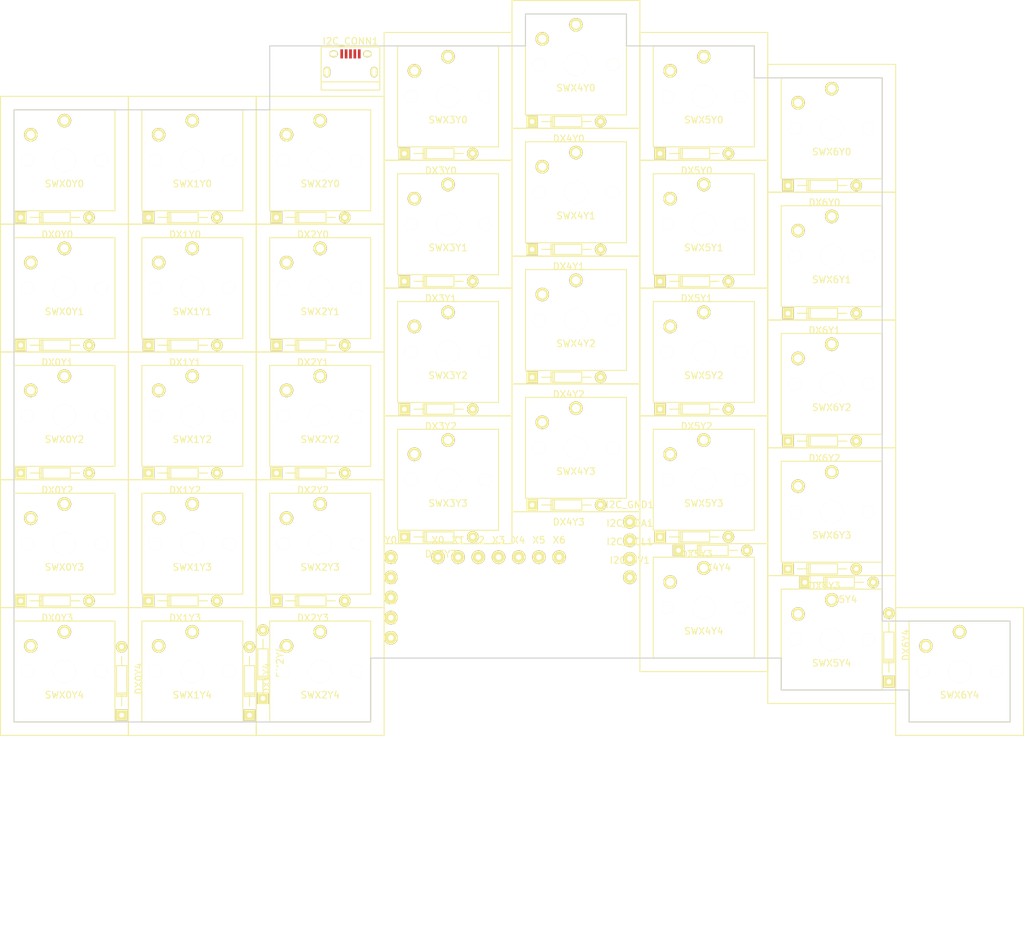
<source format=kicad_pcb>
(kicad_pcb (version 4) (host pcbnew 4.0.2+dfsg1-stable)

  (general
    (links 109)
    (no_connects 109)
    (area 36.724999 18.974999 189.275001 160.100001)
    (thickness 1.6)
    (drawings 30)
    (tracks 0)
    (zones 0)
    (modules 85)
    (nets 53)
  )

  (page A4)
  (layers
    (0 F.Cu signal)
    (31 B.Cu signal)
    (32 B.Adhes user)
    (33 F.Adhes user)
    (34 B.Paste user)
    (35 F.Paste user)
    (36 B.SilkS user)
    (37 F.SilkS user)
    (38 B.Mask user)
    (39 F.Mask user)
    (40 Dwgs.User user)
    (41 Cmts.User user)
    (42 Eco1.User user)
    (43 Eco2.User user)
    (44 Edge.Cuts user)
    (45 Margin user)
    (46 B.CrtYd user)
    (47 F.CrtYd user)
    (48 B.Fab user)
    (49 F.Fab user)
  )

  (setup
    (last_trace_width 0.25)
    (trace_clearance 0.2)
    (zone_clearance 0.508)
    (zone_45_only no)
    (trace_min 0.2)
    (segment_width 0.2)
    (edge_width 0.15)
    (via_size 0.6)
    (via_drill 0.4)
    (via_min_size 0.4)
    (via_min_drill 0.3)
    (uvia_size 0.3)
    (uvia_drill 0.1)
    (uvias_allowed no)
    (uvia_min_size 0.2)
    (uvia_min_drill 0.1)
    (pcb_text_width 0.3)
    (pcb_text_size 1.5 1.5)
    (mod_edge_width 0.15)
    (mod_text_size 1 1)
    (mod_text_width 0.15)
    (pad_size 1.524 1.524)
    (pad_drill 0.762)
    (pad_to_mask_clearance 0.2)
    (aux_axis_origin 0 0)
    (visible_elements FFFC4001)
    (pcbplotparams
      (layerselection 0x00030_80000001)
      (usegerberextensions false)
      (excludeedgelayer true)
      (linewidth 0.100000)
      (plotframeref false)
      (viasonmask false)
      (mode 1)
      (useauxorigin false)
      (hpglpennumber 1)
      (hpglpenspeed 20)
      (hpglpendiameter 15)
      (hpglpenoverlay 2)
      (psnegative false)
      (psa4output false)
      (plotreference true)
      (plotvalue true)
      (plotinvisibletext false)
      (padsonsilk false)
      (subtractmaskfromsilk false)
      (outputformat 1)
      (mirror false)
      (drillshape 1)
      (scaleselection 1)
      (outputdirectory ""))
  )

  (net 0 "")
  (net 1 "Net-(DX0Y0-Pad2)")
  (net 2 "Net-(DX0Y0-Pad1)")
  (net 3 "Net-(DX0Y1-Pad2)")
  (net 4 "Net-(DX0Y1-Pad1)")
  (net 5 "Net-(DX0Y2-Pad2)")
  (net 6 "Net-(DX0Y2-Pad1)")
  (net 7 "Net-(DX0Y3-Pad2)")
  (net 8 "Net-(DX0Y3-Pad1)")
  (net 9 "Net-(DX0Y4-Pad2)")
  (net 10 "Net-(DX0Y4-Pad1)")
  (net 11 "Net-(DX1Y0-Pad1)")
  (net 12 "Net-(DX1Y1-Pad1)")
  (net 13 "Net-(DX1Y2-Pad1)")
  (net 14 "Net-(DX1Y3-Pad1)")
  (net 15 "Net-(DX1Y4-Pad1)")
  (net 16 "Net-(DX2Y0-Pad1)")
  (net 17 "Net-(DX2Y1-Pad1)")
  (net 18 "Net-(DX2Y2-Pad1)")
  (net 19 "Net-(DX2Y3-Pad1)")
  (net 20 "Net-(DX2Y4-Pad1)")
  (net 21 "Net-(DX3Y0-Pad1)")
  (net 22 "Net-(DX3Y1-Pad1)")
  (net 23 "Net-(DX3Y2-Pad1)")
  (net 24 "Net-(DX3Y3-Pad1)")
  (net 25 "Net-(DX4Y0-Pad1)")
  (net 26 "Net-(DX4Y1-Pad1)")
  (net 27 "Net-(DX4Y2-Pad1)")
  (net 28 "Net-(DX4Y3-Pad1)")
  (net 29 "Net-(DX4Y4-Pad1)")
  (net 30 "Net-(DX5Y0-Pad1)")
  (net 31 "Net-(DX5Y1-Pad1)")
  (net 32 "Net-(DX5Y2-Pad1)")
  (net 33 "Net-(DX5Y3-Pad1)")
  (net 34 "Net-(DX5Y4-Pad1)")
  (net 35 "Net-(DX6Y0-Pad1)")
  (net 36 "Net-(DX6Y1-Pad1)")
  (net 37 "Net-(DX6Y2-Pad1)")
  (net 38 "Net-(DX6Y3-Pad1)")
  (net 39 "Net-(DX6Y4-Pad1)")
  (net 40 "Net-(SWX0Y0-Pad1)")
  (net 41 "Net-(SWX1Y0-Pad1)")
  (net 42 "Net-(SWX2Y0-Pad1)")
  (net 43 "Net-(SWX3Y0-Pad1)")
  (net 44 "Net-(SWX4Y0-Pad1)")
  (net 45 "Net-(SWX5Y0-Pad1)")
  (net 46 "Net-(SWX6Y0-Pad1)")
  (net 47 "Net-(I2C_5V1-Pad1)")
  (net 48 "Net-(I2C_CONN1-Pad3)")
  (net 49 "Net-(I2C_CONN1-Pad2)")
  (net 50 "Net-(I2C_CONN1-Pad5)")
  (net 51 "Net-(I2C_CONN1-Pad4)")
  (net 52 "Net-(I2C_CONN1-Pad6)")

  (net_class Default "This is the default net class."
    (clearance 0.2)
    (trace_width 0.25)
    (via_dia 0.6)
    (via_drill 0.4)
    (uvia_dia 0.3)
    (uvia_drill 0.1)
    (add_net "Net-(DX0Y0-Pad1)")
    (add_net "Net-(DX0Y0-Pad2)")
    (add_net "Net-(DX0Y1-Pad1)")
    (add_net "Net-(DX0Y1-Pad2)")
    (add_net "Net-(DX0Y2-Pad1)")
    (add_net "Net-(DX0Y2-Pad2)")
    (add_net "Net-(DX0Y3-Pad1)")
    (add_net "Net-(DX0Y3-Pad2)")
    (add_net "Net-(DX0Y4-Pad1)")
    (add_net "Net-(DX0Y4-Pad2)")
    (add_net "Net-(DX1Y0-Pad1)")
    (add_net "Net-(DX1Y1-Pad1)")
    (add_net "Net-(DX1Y2-Pad1)")
    (add_net "Net-(DX1Y3-Pad1)")
    (add_net "Net-(DX1Y4-Pad1)")
    (add_net "Net-(DX2Y0-Pad1)")
    (add_net "Net-(DX2Y1-Pad1)")
    (add_net "Net-(DX2Y2-Pad1)")
    (add_net "Net-(DX2Y3-Pad1)")
    (add_net "Net-(DX2Y4-Pad1)")
    (add_net "Net-(DX3Y0-Pad1)")
    (add_net "Net-(DX3Y1-Pad1)")
    (add_net "Net-(DX3Y2-Pad1)")
    (add_net "Net-(DX3Y3-Pad1)")
    (add_net "Net-(DX4Y0-Pad1)")
    (add_net "Net-(DX4Y1-Pad1)")
    (add_net "Net-(DX4Y2-Pad1)")
    (add_net "Net-(DX4Y3-Pad1)")
    (add_net "Net-(DX4Y4-Pad1)")
    (add_net "Net-(DX5Y0-Pad1)")
    (add_net "Net-(DX5Y1-Pad1)")
    (add_net "Net-(DX5Y2-Pad1)")
    (add_net "Net-(DX5Y3-Pad1)")
    (add_net "Net-(DX5Y4-Pad1)")
    (add_net "Net-(DX6Y0-Pad1)")
    (add_net "Net-(DX6Y1-Pad1)")
    (add_net "Net-(DX6Y2-Pad1)")
    (add_net "Net-(DX6Y3-Pad1)")
    (add_net "Net-(DX6Y4-Pad1)")
    (add_net "Net-(I2C_5V1-Pad1)")
    (add_net "Net-(I2C_CONN1-Pad2)")
    (add_net "Net-(I2C_CONN1-Pad3)")
    (add_net "Net-(I2C_CONN1-Pad4)")
    (add_net "Net-(I2C_CONN1-Pad5)")
    (add_net "Net-(I2C_CONN1-Pad6)")
    (add_net "Net-(SWX0Y0-Pad1)")
    (add_net "Net-(SWX1Y0-Pad1)")
    (add_net "Net-(SWX2Y0-Pad1)")
    (add_net "Net-(SWX3Y0-Pad1)")
    (add_net "Net-(SWX4Y0-Pad1)")
    (add_net "Net-(SWX5Y0-Pad1)")
    (add_net "Net-(SWX6Y0-Pad1)")
  )

  (module Diodes_ThroughHole:Diode_DO-35_SOD27_Horizontal_RM10 (layer F.Cu) (tedit 552FFC30) (tstamp 59C3AC69)
    (at 40 51.5)
    (descr "Diode, DO-35,  SOD27, Horizontal, RM 10mm")
    (tags "Diode, DO-35, SOD27, Horizontal, RM 10mm, 1N4148,")
    (path /59C3A78E)
    (fp_text reference DX0Y0 (at 5.43052 2.53746) (layer F.SilkS)
      (effects (font (size 1 1) (thickness 0.15)))
    )
    (fp_text value D (at 4.41452 -3.55854) (layer F.Fab)
      (effects (font (size 1 1) (thickness 0.15)))
    )
    (fp_line (start 7.36652 -0.00254) (end 8.76352 -0.00254) (layer F.SilkS) (width 0.15))
    (fp_line (start 2.92152 -0.00254) (end 1.39752 -0.00254) (layer F.SilkS) (width 0.15))
    (fp_line (start 3.30252 -0.76454) (end 3.30252 0.75946) (layer F.SilkS) (width 0.15))
    (fp_line (start 3.04852 -0.76454) (end 3.04852 0.75946) (layer F.SilkS) (width 0.15))
    (fp_line (start 2.79452 -0.00254) (end 2.79452 0.75946) (layer F.SilkS) (width 0.15))
    (fp_line (start 2.79452 0.75946) (end 7.36652 0.75946) (layer F.SilkS) (width 0.15))
    (fp_line (start 7.36652 0.75946) (end 7.36652 -0.76454) (layer F.SilkS) (width 0.15))
    (fp_line (start 7.36652 -0.76454) (end 2.79452 -0.76454) (layer F.SilkS) (width 0.15))
    (fp_line (start 2.79452 -0.76454) (end 2.79452 -0.00254) (layer F.SilkS) (width 0.15))
    (pad 2 thru_hole circle (at 10.16052 -0.00254 180) (size 1.69926 1.69926) (drill 0.70104) (layers *.Cu *.Mask F.SilkS)
      (net 1 "Net-(DX0Y0-Pad2)"))
    (pad 1 thru_hole rect (at 0.00052 -0.00254 180) (size 1.69926 1.69926) (drill 0.70104) (layers *.Cu *.Mask F.SilkS)
      (net 2 "Net-(DX0Y0-Pad1)"))
    (model Diodes_ThroughHole.3dshapes/Diode_DO-35_SOD27_Horizontal_RM10.wrl
      (at (xyz 0.2 0 0))
      (scale (xyz 0.4 0.4 0.4))
      (rotate (xyz 0 0 180))
    )
  )

  (module Diodes_ThroughHole:Diode_DO-35_SOD27_Horizontal_RM10 (layer F.Cu) (tedit 552FFC30) (tstamp 59C3AC6F)
    (at 40 70.5)
    (descr "Diode, DO-35,  SOD27, Horizontal, RM 10mm")
    (tags "Diode, DO-35, SOD27, Horizontal, RM 10mm, 1N4148,")
    (path /59C3A839)
    (fp_text reference DX0Y1 (at 5.43052 2.53746) (layer F.SilkS)
      (effects (font (size 1 1) (thickness 0.15)))
    )
    (fp_text value D (at 4.41452 -3.55854) (layer F.Fab)
      (effects (font (size 1 1) (thickness 0.15)))
    )
    (fp_line (start 7.36652 -0.00254) (end 8.76352 -0.00254) (layer F.SilkS) (width 0.15))
    (fp_line (start 2.92152 -0.00254) (end 1.39752 -0.00254) (layer F.SilkS) (width 0.15))
    (fp_line (start 3.30252 -0.76454) (end 3.30252 0.75946) (layer F.SilkS) (width 0.15))
    (fp_line (start 3.04852 -0.76454) (end 3.04852 0.75946) (layer F.SilkS) (width 0.15))
    (fp_line (start 2.79452 -0.00254) (end 2.79452 0.75946) (layer F.SilkS) (width 0.15))
    (fp_line (start 2.79452 0.75946) (end 7.36652 0.75946) (layer F.SilkS) (width 0.15))
    (fp_line (start 7.36652 0.75946) (end 7.36652 -0.76454) (layer F.SilkS) (width 0.15))
    (fp_line (start 7.36652 -0.76454) (end 2.79452 -0.76454) (layer F.SilkS) (width 0.15))
    (fp_line (start 2.79452 -0.76454) (end 2.79452 -0.00254) (layer F.SilkS) (width 0.15))
    (pad 2 thru_hole circle (at 10.16052 -0.00254 180) (size 1.69926 1.69926) (drill 0.70104) (layers *.Cu *.Mask F.SilkS)
      (net 3 "Net-(DX0Y1-Pad2)"))
    (pad 1 thru_hole rect (at 0.00052 -0.00254 180) (size 1.69926 1.69926) (drill 0.70104) (layers *.Cu *.Mask F.SilkS)
      (net 4 "Net-(DX0Y1-Pad1)"))
    (model Diodes_ThroughHole.3dshapes/Diode_DO-35_SOD27_Horizontal_RM10.wrl
      (at (xyz 0.2 0 0))
      (scale (xyz 0.4 0.4 0.4))
      (rotate (xyz 0 0 180))
    )
  )

  (module Diodes_ThroughHole:Diode_DO-35_SOD27_Horizontal_RM10 (layer F.Cu) (tedit 552FFC30) (tstamp 59C3AC75)
    (at 40 89.5)
    (descr "Diode, DO-35,  SOD27, Horizontal, RM 10mm")
    (tags "Diode, DO-35, SOD27, Horizontal, RM 10mm, 1N4148,")
    (path /59C3A892)
    (fp_text reference DX0Y2 (at 5.43052 2.53746) (layer F.SilkS)
      (effects (font (size 1 1) (thickness 0.15)))
    )
    (fp_text value D (at 4.41452 -3.55854) (layer F.Fab)
      (effects (font (size 1 1) (thickness 0.15)))
    )
    (fp_line (start 7.36652 -0.00254) (end 8.76352 -0.00254) (layer F.SilkS) (width 0.15))
    (fp_line (start 2.92152 -0.00254) (end 1.39752 -0.00254) (layer F.SilkS) (width 0.15))
    (fp_line (start 3.30252 -0.76454) (end 3.30252 0.75946) (layer F.SilkS) (width 0.15))
    (fp_line (start 3.04852 -0.76454) (end 3.04852 0.75946) (layer F.SilkS) (width 0.15))
    (fp_line (start 2.79452 -0.00254) (end 2.79452 0.75946) (layer F.SilkS) (width 0.15))
    (fp_line (start 2.79452 0.75946) (end 7.36652 0.75946) (layer F.SilkS) (width 0.15))
    (fp_line (start 7.36652 0.75946) (end 7.36652 -0.76454) (layer F.SilkS) (width 0.15))
    (fp_line (start 7.36652 -0.76454) (end 2.79452 -0.76454) (layer F.SilkS) (width 0.15))
    (fp_line (start 2.79452 -0.76454) (end 2.79452 -0.00254) (layer F.SilkS) (width 0.15))
    (pad 2 thru_hole circle (at 10.16052 -0.00254 180) (size 1.69926 1.69926) (drill 0.70104) (layers *.Cu *.Mask F.SilkS)
      (net 5 "Net-(DX0Y2-Pad2)"))
    (pad 1 thru_hole rect (at 0.00052 -0.00254 180) (size 1.69926 1.69926) (drill 0.70104) (layers *.Cu *.Mask F.SilkS)
      (net 6 "Net-(DX0Y2-Pad1)"))
    (model Diodes_ThroughHole.3dshapes/Diode_DO-35_SOD27_Horizontal_RM10.wrl
      (at (xyz 0.2 0 0))
      (scale (xyz 0.4 0.4 0.4))
      (rotate (xyz 0 0 180))
    )
  )

  (module Diodes_ThroughHole:Diode_DO-35_SOD27_Horizontal_RM10 (layer F.Cu) (tedit 552FFC30) (tstamp 59C3AC7B)
    (at 40 108.5)
    (descr "Diode, DO-35,  SOD27, Horizontal, RM 10mm")
    (tags "Diode, DO-35, SOD27, Horizontal, RM 10mm, 1N4148,")
    (path /59C3A8E7)
    (fp_text reference DX0Y3 (at 5.43052 2.53746) (layer F.SilkS)
      (effects (font (size 1 1) (thickness 0.15)))
    )
    (fp_text value D (at 4.41452 -3.55854) (layer F.Fab)
      (effects (font (size 1 1) (thickness 0.15)))
    )
    (fp_line (start 7.36652 -0.00254) (end 8.76352 -0.00254) (layer F.SilkS) (width 0.15))
    (fp_line (start 2.92152 -0.00254) (end 1.39752 -0.00254) (layer F.SilkS) (width 0.15))
    (fp_line (start 3.30252 -0.76454) (end 3.30252 0.75946) (layer F.SilkS) (width 0.15))
    (fp_line (start 3.04852 -0.76454) (end 3.04852 0.75946) (layer F.SilkS) (width 0.15))
    (fp_line (start 2.79452 -0.00254) (end 2.79452 0.75946) (layer F.SilkS) (width 0.15))
    (fp_line (start 2.79452 0.75946) (end 7.36652 0.75946) (layer F.SilkS) (width 0.15))
    (fp_line (start 7.36652 0.75946) (end 7.36652 -0.76454) (layer F.SilkS) (width 0.15))
    (fp_line (start 7.36652 -0.76454) (end 2.79452 -0.76454) (layer F.SilkS) (width 0.15))
    (fp_line (start 2.79452 -0.76454) (end 2.79452 -0.00254) (layer F.SilkS) (width 0.15))
    (pad 2 thru_hole circle (at 10.16052 -0.00254 180) (size 1.69926 1.69926) (drill 0.70104) (layers *.Cu *.Mask F.SilkS)
      (net 7 "Net-(DX0Y3-Pad2)"))
    (pad 1 thru_hole rect (at 0.00052 -0.00254 180) (size 1.69926 1.69926) (drill 0.70104) (layers *.Cu *.Mask F.SilkS)
      (net 8 "Net-(DX0Y3-Pad1)"))
    (model Diodes_ThroughHole.3dshapes/Diode_DO-35_SOD27_Horizontal_RM10.wrl
      (at (xyz 0.2 0 0))
      (scale (xyz 0.4 0.4 0.4))
      (rotate (xyz 0 0 180))
    )
  )

  (module Diodes_ThroughHole:Diode_DO-35_SOD27_Horizontal_RM10 (layer F.Cu) (tedit 552FFC30) (tstamp 59C3AC81)
    (at 55 125.5 90)
    (descr "Diode, DO-35,  SOD27, Horizontal, RM 10mm")
    (tags "Diode, DO-35, SOD27, Horizontal, RM 10mm, 1N4148,")
    (path /59C3A946)
    (fp_text reference DX0Y4 (at 5.43052 2.53746 90) (layer F.SilkS)
      (effects (font (size 1 1) (thickness 0.15)))
    )
    (fp_text value D (at 4.41452 -3.55854 90) (layer F.Fab)
      (effects (font (size 1 1) (thickness 0.15)))
    )
    (fp_line (start 7.36652 -0.00254) (end 8.76352 -0.00254) (layer F.SilkS) (width 0.15))
    (fp_line (start 2.92152 -0.00254) (end 1.39752 -0.00254) (layer F.SilkS) (width 0.15))
    (fp_line (start 3.30252 -0.76454) (end 3.30252 0.75946) (layer F.SilkS) (width 0.15))
    (fp_line (start 3.04852 -0.76454) (end 3.04852 0.75946) (layer F.SilkS) (width 0.15))
    (fp_line (start 2.79452 -0.00254) (end 2.79452 0.75946) (layer F.SilkS) (width 0.15))
    (fp_line (start 2.79452 0.75946) (end 7.36652 0.75946) (layer F.SilkS) (width 0.15))
    (fp_line (start 7.36652 0.75946) (end 7.36652 -0.76454) (layer F.SilkS) (width 0.15))
    (fp_line (start 7.36652 -0.76454) (end 2.79452 -0.76454) (layer F.SilkS) (width 0.15))
    (fp_line (start 2.79452 -0.76454) (end 2.79452 -0.00254) (layer F.SilkS) (width 0.15))
    (pad 2 thru_hole circle (at 10.16052 -0.00254 270) (size 1.69926 1.69926) (drill 0.70104) (layers *.Cu *.Mask F.SilkS)
      (net 9 "Net-(DX0Y4-Pad2)"))
    (pad 1 thru_hole rect (at 0.00052 -0.00254 270) (size 1.69926 1.69926) (drill 0.70104) (layers *.Cu *.Mask F.SilkS)
      (net 10 "Net-(DX0Y4-Pad1)"))
    (model Diodes_ThroughHole.3dshapes/Diode_DO-35_SOD27_Horizontal_RM10.wrl
      (at (xyz 0.2 0 0))
      (scale (xyz 0.4 0.4 0.4))
      (rotate (xyz 0 0 180))
    )
  )

  (module Diodes_ThroughHole:Diode_DO-35_SOD27_Horizontal_RM10 (layer F.Cu) (tedit 552FFC30) (tstamp 59C3AC87)
    (at 59 51.5)
    (descr "Diode, DO-35,  SOD27, Horizontal, RM 10mm")
    (tags "Diode, DO-35, SOD27, Horizontal, RM 10mm, 1N4148,")
    (path /59C3C1CF)
    (fp_text reference DX1Y0 (at 5.43052 2.53746) (layer F.SilkS)
      (effects (font (size 1 1) (thickness 0.15)))
    )
    (fp_text value D (at 4.41452 -3.55854) (layer F.Fab)
      (effects (font (size 1 1) (thickness 0.15)))
    )
    (fp_line (start 7.36652 -0.00254) (end 8.76352 -0.00254) (layer F.SilkS) (width 0.15))
    (fp_line (start 2.92152 -0.00254) (end 1.39752 -0.00254) (layer F.SilkS) (width 0.15))
    (fp_line (start 3.30252 -0.76454) (end 3.30252 0.75946) (layer F.SilkS) (width 0.15))
    (fp_line (start 3.04852 -0.76454) (end 3.04852 0.75946) (layer F.SilkS) (width 0.15))
    (fp_line (start 2.79452 -0.00254) (end 2.79452 0.75946) (layer F.SilkS) (width 0.15))
    (fp_line (start 2.79452 0.75946) (end 7.36652 0.75946) (layer F.SilkS) (width 0.15))
    (fp_line (start 7.36652 0.75946) (end 7.36652 -0.76454) (layer F.SilkS) (width 0.15))
    (fp_line (start 7.36652 -0.76454) (end 2.79452 -0.76454) (layer F.SilkS) (width 0.15))
    (fp_line (start 2.79452 -0.76454) (end 2.79452 -0.00254) (layer F.SilkS) (width 0.15))
    (pad 2 thru_hole circle (at 10.16052 -0.00254 180) (size 1.69926 1.69926) (drill 0.70104) (layers *.Cu *.Mask F.SilkS)
      (net 1 "Net-(DX0Y0-Pad2)"))
    (pad 1 thru_hole rect (at 0.00052 -0.00254 180) (size 1.69926 1.69926) (drill 0.70104) (layers *.Cu *.Mask F.SilkS)
      (net 11 "Net-(DX1Y0-Pad1)"))
    (model Diodes_ThroughHole.3dshapes/Diode_DO-35_SOD27_Horizontal_RM10.wrl
      (at (xyz 0.2 0 0))
      (scale (xyz 0.4 0.4 0.4))
      (rotate (xyz 0 0 180))
    )
  )

  (module Diodes_ThroughHole:Diode_DO-35_SOD27_Horizontal_RM10 (layer F.Cu) (tedit 552FFC30) (tstamp 59C3AC8D)
    (at 59 70.5)
    (descr "Diode, DO-35,  SOD27, Horizontal, RM 10mm")
    (tags "Diode, DO-35, SOD27, Horizontal, RM 10mm, 1N4148,")
    (path /59C3C1D5)
    (fp_text reference DX1Y1 (at 5.43052 2.53746) (layer F.SilkS)
      (effects (font (size 1 1) (thickness 0.15)))
    )
    (fp_text value D (at 4.41452 -3.55854) (layer F.Fab)
      (effects (font (size 1 1) (thickness 0.15)))
    )
    (fp_line (start 7.36652 -0.00254) (end 8.76352 -0.00254) (layer F.SilkS) (width 0.15))
    (fp_line (start 2.92152 -0.00254) (end 1.39752 -0.00254) (layer F.SilkS) (width 0.15))
    (fp_line (start 3.30252 -0.76454) (end 3.30252 0.75946) (layer F.SilkS) (width 0.15))
    (fp_line (start 3.04852 -0.76454) (end 3.04852 0.75946) (layer F.SilkS) (width 0.15))
    (fp_line (start 2.79452 -0.00254) (end 2.79452 0.75946) (layer F.SilkS) (width 0.15))
    (fp_line (start 2.79452 0.75946) (end 7.36652 0.75946) (layer F.SilkS) (width 0.15))
    (fp_line (start 7.36652 0.75946) (end 7.36652 -0.76454) (layer F.SilkS) (width 0.15))
    (fp_line (start 7.36652 -0.76454) (end 2.79452 -0.76454) (layer F.SilkS) (width 0.15))
    (fp_line (start 2.79452 -0.76454) (end 2.79452 -0.00254) (layer F.SilkS) (width 0.15))
    (pad 2 thru_hole circle (at 10.16052 -0.00254 180) (size 1.69926 1.69926) (drill 0.70104) (layers *.Cu *.Mask F.SilkS)
      (net 3 "Net-(DX0Y1-Pad2)"))
    (pad 1 thru_hole rect (at 0.00052 -0.00254 180) (size 1.69926 1.69926) (drill 0.70104) (layers *.Cu *.Mask F.SilkS)
      (net 12 "Net-(DX1Y1-Pad1)"))
    (model Diodes_ThroughHole.3dshapes/Diode_DO-35_SOD27_Horizontal_RM10.wrl
      (at (xyz 0.2 0 0))
      (scale (xyz 0.4 0.4 0.4))
      (rotate (xyz 0 0 180))
    )
  )

  (module Diodes_ThroughHole:Diode_DO-35_SOD27_Horizontal_RM10 (layer F.Cu) (tedit 552FFC30) (tstamp 59C3AC93)
    (at 59 89.5)
    (descr "Diode, DO-35,  SOD27, Horizontal, RM 10mm")
    (tags "Diode, DO-35, SOD27, Horizontal, RM 10mm, 1N4148,")
    (path /59C3C1DB)
    (fp_text reference DX1Y2 (at 5.43052 2.53746) (layer F.SilkS)
      (effects (font (size 1 1) (thickness 0.15)))
    )
    (fp_text value D (at 4.41452 -3.55854) (layer F.Fab)
      (effects (font (size 1 1) (thickness 0.15)))
    )
    (fp_line (start 7.36652 -0.00254) (end 8.76352 -0.00254) (layer F.SilkS) (width 0.15))
    (fp_line (start 2.92152 -0.00254) (end 1.39752 -0.00254) (layer F.SilkS) (width 0.15))
    (fp_line (start 3.30252 -0.76454) (end 3.30252 0.75946) (layer F.SilkS) (width 0.15))
    (fp_line (start 3.04852 -0.76454) (end 3.04852 0.75946) (layer F.SilkS) (width 0.15))
    (fp_line (start 2.79452 -0.00254) (end 2.79452 0.75946) (layer F.SilkS) (width 0.15))
    (fp_line (start 2.79452 0.75946) (end 7.36652 0.75946) (layer F.SilkS) (width 0.15))
    (fp_line (start 7.36652 0.75946) (end 7.36652 -0.76454) (layer F.SilkS) (width 0.15))
    (fp_line (start 7.36652 -0.76454) (end 2.79452 -0.76454) (layer F.SilkS) (width 0.15))
    (fp_line (start 2.79452 -0.76454) (end 2.79452 -0.00254) (layer F.SilkS) (width 0.15))
    (pad 2 thru_hole circle (at 10.16052 -0.00254 180) (size 1.69926 1.69926) (drill 0.70104) (layers *.Cu *.Mask F.SilkS)
      (net 5 "Net-(DX0Y2-Pad2)"))
    (pad 1 thru_hole rect (at 0.00052 -0.00254 180) (size 1.69926 1.69926) (drill 0.70104) (layers *.Cu *.Mask F.SilkS)
      (net 13 "Net-(DX1Y2-Pad1)"))
    (model Diodes_ThroughHole.3dshapes/Diode_DO-35_SOD27_Horizontal_RM10.wrl
      (at (xyz 0.2 0 0))
      (scale (xyz 0.4 0.4 0.4))
      (rotate (xyz 0 0 180))
    )
  )

  (module Diodes_ThroughHole:Diode_DO-35_SOD27_Horizontal_RM10 (layer F.Cu) (tedit 552FFC30) (tstamp 59C3AC99)
    (at 59 108.5)
    (descr "Diode, DO-35,  SOD27, Horizontal, RM 10mm")
    (tags "Diode, DO-35, SOD27, Horizontal, RM 10mm, 1N4148,")
    (path /59C3C1E1)
    (fp_text reference DX1Y3 (at 5.43052 2.53746) (layer F.SilkS)
      (effects (font (size 1 1) (thickness 0.15)))
    )
    (fp_text value D (at 4.41452 -3.55854) (layer F.Fab)
      (effects (font (size 1 1) (thickness 0.15)))
    )
    (fp_line (start 7.36652 -0.00254) (end 8.76352 -0.00254) (layer F.SilkS) (width 0.15))
    (fp_line (start 2.92152 -0.00254) (end 1.39752 -0.00254) (layer F.SilkS) (width 0.15))
    (fp_line (start 3.30252 -0.76454) (end 3.30252 0.75946) (layer F.SilkS) (width 0.15))
    (fp_line (start 3.04852 -0.76454) (end 3.04852 0.75946) (layer F.SilkS) (width 0.15))
    (fp_line (start 2.79452 -0.00254) (end 2.79452 0.75946) (layer F.SilkS) (width 0.15))
    (fp_line (start 2.79452 0.75946) (end 7.36652 0.75946) (layer F.SilkS) (width 0.15))
    (fp_line (start 7.36652 0.75946) (end 7.36652 -0.76454) (layer F.SilkS) (width 0.15))
    (fp_line (start 7.36652 -0.76454) (end 2.79452 -0.76454) (layer F.SilkS) (width 0.15))
    (fp_line (start 2.79452 -0.76454) (end 2.79452 -0.00254) (layer F.SilkS) (width 0.15))
    (pad 2 thru_hole circle (at 10.16052 -0.00254 180) (size 1.69926 1.69926) (drill 0.70104) (layers *.Cu *.Mask F.SilkS)
      (net 7 "Net-(DX0Y3-Pad2)"))
    (pad 1 thru_hole rect (at 0.00052 -0.00254 180) (size 1.69926 1.69926) (drill 0.70104) (layers *.Cu *.Mask F.SilkS)
      (net 14 "Net-(DX1Y3-Pad1)"))
    (model Diodes_ThroughHole.3dshapes/Diode_DO-35_SOD27_Horizontal_RM10.wrl
      (at (xyz 0.2 0 0))
      (scale (xyz 0.4 0.4 0.4))
      (rotate (xyz 0 0 180))
    )
  )

  (module Diodes_ThroughHole:Diode_DO-35_SOD27_Horizontal_RM10 (layer F.Cu) (tedit 552FFC30) (tstamp 59C3AC9F)
    (at 74 125.5 90)
    (descr "Diode, DO-35,  SOD27, Horizontal, RM 10mm")
    (tags "Diode, DO-35, SOD27, Horizontal, RM 10mm, 1N4148,")
    (path /59C3C1E7)
    (fp_text reference DX1Y4 (at 5.43052 2.53746 90) (layer F.SilkS)
      (effects (font (size 1 1) (thickness 0.15)))
    )
    (fp_text value D (at 4.41452 -3.55854 90) (layer F.Fab)
      (effects (font (size 1 1) (thickness 0.15)))
    )
    (fp_line (start 7.36652 -0.00254) (end 8.76352 -0.00254) (layer F.SilkS) (width 0.15))
    (fp_line (start 2.92152 -0.00254) (end 1.39752 -0.00254) (layer F.SilkS) (width 0.15))
    (fp_line (start 3.30252 -0.76454) (end 3.30252 0.75946) (layer F.SilkS) (width 0.15))
    (fp_line (start 3.04852 -0.76454) (end 3.04852 0.75946) (layer F.SilkS) (width 0.15))
    (fp_line (start 2.79452 -0.00254) (end 2.79452 0.75946) (layer F.SilkS) (width 0.15))
    (fp_line (start 2.79452 0.75946) (end 7.36652 0.75946) (layer F.SilkS) (width 0.15))
    (fp_line (start 7.36652 0.75946) (end 7.36652 -0.76454) (layer F.SilkS) (width 0.15))
    (fp_line (start 7.36652 -0.76454) (end 2.79452 -0.76454) (layer F.SilkS) (width 0.15))
    (fp_line (start 2.79452 -0.76454) (end 2.79452 -0.00254) (layer F.SilkS) (width 0.15))
    (pad 2 thru_hole circle (at 10.16052 -0.00254 270) (size 1.69926 1.69926) (drill 0.70104) (layers *.Cu *.Mask F.SilkS)
      (net 9 "Net-(DX0Y4-Pad2)"))
    (pad 1 thru_hole rect (at 0.00052 -0.00254 270) (size 1.69926 1.69926) (drill 0.70104) (layers *.Cu *.Mask F.SilkS)
      (net 15 "Net-(DX1Y4-Pad1)"))
    (model Diodes_ThroughHole.3dshapes/Diode_DO-35_SOD27_Horizontal_RM10.wrl
      (at (xyz 0.2 0 0))
      (scale (xyz 0.4 0.4 0.4))
      (rotate (xyz 0 0 180))
    )
  )

  (module Diodes_ThroughHole:Diode_DO-35_SOD27_Horizontal_RM10 (layer F.Cu) (tedit 552FFC30) (tstamp 59C3ACA5)
    (at 78 51.5)
    (descr "Diode, DO-35,  SOD27, Horizontal, RM 10mm")
    (tags "Diode, DO-35, SOD27, Horizontal, RM 10mm, 1N4148,")
    (path /59C3D571)
    (fp_text reference DX2Y0 (at 5.43052 2.53746) (layer F.SilkS)
      (effects (font (size 1 1) (thickness 0.15)))
    )
    (fp_text value D (at 4.41452 -3.55854) (layer F.Fab)
      (effects (font (size 1 1) (thickness 0.15)))
    )
    (fp_line (start 7.36652 -0.00254) (end 8.76352 -0.00254) (layer F.SilkS) (width 0.15))
    (fp_line (start 2.92152 -0.00254) (end 1.39752 -0.00254) (layer F.SilkS) (width 0.15))
    (fp_line (start 3.30252 -0.76454) (end 3.30252 0.75946) (layer F.SilkS) (width 0.15))
    (fp_line (start 3.04852 -0.76454) (end 3.04852 0.75946) (layer F.SilkS) (width 0.15))
    (fp_line (start 2.79452 -0.00254) (end 2.79452 0.75946) (layer F.SilkS) (width 0.15))
    (fp_line (start 2.79452 0.75946) (end 7.36652 0.75946) (layer F.SilkS) (width 0.15))
    (fp_line (start 7.36652 0.75946) (end 7.36652 -0.76454) (layer F.SilkS) (width 0.15))
    (fp_line (start 7.36652 -0.76454) (end 2.79452 -0.76454) (layer F.SilkS) (width 0.15))
    (fp_line (start 2.79452 -0.76454) (end 2.79452 -0.00254) (layer F.SilkS) (width 0.15))
    (pad 2 thru_hole circle (at 10.16052 -0.00254 180) (size 1.69926 1.69926) (drill 0.70104) (layers *.Cu *.Mask F.SilkS)
      (net 1 "Net-(DX0Y0-Pad2)"))
    (pad 1 thru_hole rect (at 0.00052 -0.00254 180) (size 1.69926 1.69926) (drill 0.70104) (layers *.Cu *.Mask F.SilkS)
      (net 16 "Net-(DX2Y0-Pad1)"))
    (model Diodes_ThroughHole.3dshapes/Diode_DO-35_SOD27_Horizontal_RM10.wrl
      (at (xyz 0.2 0 0))
      (scale (xyz 0.4 0.4 0.4))
      (rotate (xyz 0 0 180))
    )
  )

  (module Diodes_ThroughHole:Diode_DO-35_SOD27_Horizontal_RM10 (layer F.Cu) (tedit 552FFC30) (tstamp 59C3ACAB)
    (at 78 70.5)
    (descr "Diode, DO-35,  SOD27, Horizontal, RM 10mm")
    (tags "Diode, DO-35, SOD27, Horizontal, RM 10mm, 1N4148,")
    (path /59C3D577)
    (fp_text reference DX2Y1 (at 5.43052 2.53746) (layer F.SilkS)
      (effects (font (size 1 1) (thickness 0.15)))
    )
    (fp_text value D (at 4.41452 -3.55854) (layer F.Fab)
      (effects (font (size 1 1) (thickness 0.15)))
    )
    (fp_line (start 7.36652 -0.00254) (end 8.76352 -0.00254) (layer F.SilkS) (width 0.15))
    (fp_line (start 2.92152 -0.00254) (end 1.39752 -0.00254) (layer F.SilkS) (width 0.15))
    (fp_line (start 3.30252 -0.76454) (end 3.30252 0.75946) (layer F.SilkS) (width 0.15))
    (fp_line (start 3.04852 -0.76454) (end 3.04852 0.75946) (layer F.SilkS) (width 0.15))
    (fp_line (start 2.79452 -0.00254) (end 2.79452 0.75946) (layer F.SilkS) (width 0.15))
    (fp_line (start 2.79452 0.75946) (end 7.36652 0.75946) (layer F.SilkS) (width 0.15))
    (fp_line (start 7.36652 0.75946) (end 7.36652 -0.76454) (layer F.SilkS) (width 0.15))
    (fp_line (start 7.36652 -0.76454) (end 2.79452 -0.76454) (layer F.SilkS) (width 0.15))
    (fp_line (start 2.79452 -0.76454) (end 2.79452 -0.00254) (layer F.SilkS) (width 0.15))
    (pad 2 thru_hole circle (at 10.16052 -0.00254 180) (size 1.69926 1.69926) (drill 0.70104) (layers *.Cu *.Mask F.SilkS)
      (net 3 "Net-(DX0Y1-Pad2)"))
    (pad 1 thru_hole rect (at 0.00052 -0.00254 180) (size 1.69926 1.69926) (drill 0.70104) (layers *.Cu *.Mask F.SilkS)
      (net 17 "Net-(DX2Y1-Pad1)"))
    (model Diodes_ThroughHole.3dshapes/Diode_DO-35_SOD27_Horizontal_RM10.wrl
      (at (xyz 0.2 0 0))
      (scale (xyz 0.4 0.4 0.4))
      (rotate (xyz 0 0 180))
    )
  )

  (module Diodes_ThroughHole:Diode_DO-35_SOD27_Horizontal_RM10 (layer F.Cu) (tedit 552FFC30) (tstamp 59C3ACB1)
    (at 78 89.5)
    (descr "Diode, DO-35,  SOD27, Horizontal, RM 10mm")
    (tags "Diode, DO-35, SOD27, Horizontal, RM 10mm, 1N4148,")
    (path /59C3D57D)
    (fp_text reference DX2Y2 (at 5.43052 2.53746) (layer F.SilkS)
      (effects (font (size 1 1) (thickness 0.15)))
    )
    (fp_text value D (at 4.41452 -3.55854) (layer F.Fab)
      (effects (font (size 1 1) (thickness 0.15)))
    )
    (fp_line (start 7.36652 -0.00254) (end 8.76352 -0.00254) (layer F.SilkS) (width 0.15))
    (fp_line (start 2.92152 -0.00254) (end 1.39752 -0.00254) (layer F.SilkS) (width 0.15))
    (fp_line (start 3.30252 -0.76454) (end 3.30252 0.75946) (layer F.SilkS) (width 0.15))
    (fp_line (start 3.04852 -0.76454) (end 3.04852 0.75946) (layer F.SilkS) (width 0.15))
    (fp_line (start 2.79452 -0.00254) (end 2.79452 0.75946) (layer F.SilkS) (width 0.15))
    (fp_line (start 2.79452 0.75946) (end 7.36652 0.75946) (layer F.SilkS) (width 0.15))
    (fp_line (start 7.36652 0.75946) (end 7.36652 -0.76454) (layer F.SilkS) (width 0.15))
    (fp_line (start 7.36652 -0.76454) (end 2.79452 -0.76454) (layer F.SilkS) (width 0.15))
    (fp_line (start 2.79452 -0.76454) (end 2.79452 -0.00254) (layer F.SilkS) (width 0.15))
    (pad 2 thru_hole circle (at 10.16052 -0.00254 180) (size 1.69926 1.69926) (drill 0.70104) (layers *.Cu *.Mask F.SilkS)
      (net 5 "Net-(DX0Y2-Pad2)"))
    (pad 1 thru_hole rect (at 0.00052 -0.00254 180) (size 1.69926 1.69926) (drill 0.70104) (layers *.Cu *.Mask F.SilkS)
      (net 18 "Net-(DX2Y2-Pad1)"))
    (model Diodes_ThroughHole.3dshapes/Diode_DO-35_SOD27_Horizontal_RM10.wrl
      (at (xyz 0.2 0 0))
      (scale (xyz 0.4 0.4 0.4))
      (rotate (xyz 0 0 180))
    )
  )

  (module Diodes_ThroughHole:Diode_DO-35_SOD27_Horizontal_RM10 (layer F.Cu) (tedit 552FFC30) (tstamp 59C3ACB7)
    (at 78 108.5)
    (descr "Diode, DO-35,  SOD27, Horizontal, RM 10mm")
    (tags "Diode, DO-35, SOD27, Horizontal, RM 10mm, 1N4148,")
    (path /59C3D583)
    (fp_text reference DX2Y3 (at 5.43052 2.53746) (layer F.SilkS)
      (effects (font (size 1 1) (thickness 0.15)))
    )
    (fp_text value D (at 4.41452 -3.55854) (layer F.Fab)
      (effects (font (size 1 1) (thickness 0.15)))
    )
    (fp_line (start 7.36652 -0.00254) (end 8.76352 -0.00254) (layer F.SilkS) (width 0.15))
    (fp_line (start 2.92152 -0.00254) (end 1.39752 -0.00254) (layer F.SilkS) (width 0.15))
    (fp_line (start 3.30252 -0.76454) (end 3.30252 0.75946) (layer F.SilkS) (width 0.15))
    (fp_line (start 3.04852 -0.76454) (end 3.04852 0.75946) (layer F.SilkS) (width 0.15))
    (fp_line (start 2.79452 -0.00254) (end 2.79452 0.75946) (layer F.SilkS) (width 0.15))
    (fp_line (start 2.79452 0.75946) (end 7.36652 0.75946) (layer F.SilkS) (width 0.15))
    (fp_line (start 7.36652 0.75946) (end 7.36652 -0.76454) (layer F.SilkS) (width 0.15))
    (fp_line (start 7.36652 -0.76454) (end 2.79452 -0.76454) (layer F.SilkS) (width 0.15))
    (fp_line (start 2.79452 -0.76454) (end 2.79452 -0.00254) (layer F.SilkS) (width 0.15))
    (pad 2 thru_hole circle (at 10.16052 -0.00254 180) (size 1.69926 1.69926) (drill 0.70104) (layers *.Cu *.Mask F.SilkS)
      (net 7 "Net-(DX0Y3-Pad2)"))
    (pad 1 thru_hole rect (at 0.00052 -0.00254 180) (size 1.69926 1.69926) (drill 0.70104) (layers *.Cu *.Mask F.SilkS)
      (net 19 "Net-(DX2Y3-Pad1)"))
    (model Diodes_ThroughHole.3dshapes/Diode_DO-35_SOD27_Horizontal_RM10.wrl
      (at (xyz 0.2 0 0))
      (scale (xyz 0.4 0.4 0.4))
      (rotate (xyz 0 0 180))
    )
  )

  (module Diodes_ThroughHole:Diode_DO-35_SOD27_Horizontal_RM10 (layer F.Cu) (tedit 552FFC30) (tstamp 59C3ACBD)
    (at 76 123 90)
    (descr "Diode, DO-35,  SOD27, Horizontal, RM 10mm")
    (tags "Diode, DO-35, SOD27, Horizontal, RM 10mm, 1N4148,")
    (path /59C3D589)
    (fp_text reference DX2Y4 (at 5.43052 2.53746 90) (layer F.SilkS)
      (effects (font (size 1 1) (thickness 0.15)))
    )
    (fp_text value D (at 4.41452 -3.55854 90) (layer F.Fab)
      (effects (font (size 1 1) (thickness 0.15)))
    )
    (fp_line (start 7.36652 -0.00254) (end 8.76352 -0.00254) (layer F.SilkS) (width 0.15))
    (fp_line (start 2.92152 -0.00254) (end 1.39752 -0.00254) (layer F.SilkS) (width 0.15))
    (fp_line (start 3.30252 -0.76454) (end 3.30252 0.75946) (layer F.SilkS) (width 0.15))
    (fp_line (start 3.04852 -0.76454) (end 3.04852 0.75946) (layer F.SilkS) (width 0.15))
    (fp_line (start 2.79452 -0.00254) (end 2.79452 0.75946) (layer F.SilkS) (width 0.15))
    (fp_line (start 2.79452 0.75946) (end 7.36652 0.75946) (layer F.SilkS) (width 0.15))
    (fp_line (start 7.36652 0.75946) (end 7.36652 -0.76454) (layer F.SilkS) (width 0.15))
    (fp_line (start 7.36652 -0.76454) (end 2.79452 -0.76454) (layer F.SilkS) (width 0.15))
    (fp_line (start 2.79452 -0.76454) (end 2.79452 -0.00254) (layer F.SilkS) (width 0.15))
    (pad 2 thru_hole circle (at 10.16052 -0.00254 270) (size 1.69926 1.69926) (drill 0.70104) (layers *.Cu *.Mask F.SilkS)
      (net 9 "Net-(DX0Y4-Pad2)"))
    (pad 1 thru_hole rect (at 0.00052 -0.00254 270) (size 1.69926 1.69926) (drill 0.70104) (layers *.Cu *.Mask F.SilkS)
      (net 20 "Net-(DX2Y4-Pad1)"))
    (model Diodes_ThroughHole.3dshapes/Diode_DO-35_SOD27_Horizontal_RM10.wrl
      (at (xyz 0.2 0 0))
      (scale (xyz 0.4 0.4 0.4))
      (rotate (xyz 0 0 180))
    )
  )

  (module Diodes_ThroughHole:Diode_DO-35_SOD27_Horizontal_RM10 (layer F.Cu) (tedit 552FFC30) (tstamp 59C3ACC3)
    (at 97 42)
    (descr "Diode, DO-35,  SOD27, Horizontal, RM 10mm")
    (tags "Diode, DO-35, SOD27, Horizontal, RM 10mm, 1N4148,")
    (path /59C3E0C6)
    (fp_text reference DX3Y0 (at 5.43052 2.53746) (layer F.SilkS)
      (effects (font (size 1 1) (thickness 0.15)))
    )
    (fp_text value D (at 4.41452 -3.55854) (layer F.Fab)
      (effects (font (size 1 1) (thickness 0.15)))
    )
    (fp_line (start 7.36652 -0.00254) (end 8.76352 -0.00254) (layer F.SilkS) (width 0.15))
    (fp_line (start 2.92152 -0.00254) (end 1.39752 -0.00254) (layer F.SilkS) (width 0.15))
    (fp_line (start 3.30252 -0.76454) (end 3.30252 0.75946) (layer F.SilkS) (width 0.15))
    (fp_line (start 3.04852 -0.76454) (end 3.04852 0.75946) (layer F.SilkS) (width 0.15))
    (fp_line (start 2.79452 -0.00254) (end 2.79452 0.75946) (layer F.SilkS) (width 0.15))
    (fp_line (start 2.79452 0.75946) (end 7.36652 0.75946) (layer F.SilkS) (width 0.15))
    (fp_line (start 7.36652 0.75946) (end 7.36652 -0.76454) (layer F.SilkS) (width 0.15))
    (fp_line (start 7.36652 -0.76454) (end 2.79452 -0.76454) (layer F.SilkS) (width 0.15))
    (fp_line (start 2.79452 -0.76454) (end 2.79452 -0.00254) (layer F.SilkS) (width 0.15))
    (pad 2 thru_hole circle (at 10.16052 -0.00254 180) (size 1.69926 1.69926) (drill 0.70104) (layers *.Cu *.Mask F.SilkS)
      (net 1 "Net-(DX0Y0-Pad2)"))
    (pad 1 thru_hole rect (at 0.00052 -0.00254 180) (size 1.69926 1.69926) (drill 0.70104) (layers *.Cu *.Mask F.SilkS)
      (net 21 "Net-(DX3Y0-Pad1)"))
    (model Diodes_ThroughHole.3dshapes/Diode_DO-35_SOD27_Horizontal_RM10.wrl
      (at (xyz 0.2 0 0))
      (scale (xyz 0.4 0.4 0.4))
      (rotate (xyz 0 0 180))
    )
  )

  (module Diodes_ThroughHole:Diode_DO-35_SOD27_Horizontal_RM10 (layer F.Cu) (tedit 552FFC30) (tstamp 59C3ACC9)
    (at 97 61)
    (descr "Diode, DO-35,  SOD27, Horizontal, RM 10mm")
    (tags "Diode, DO-35, SOD27, Horizontal, RM 10mm, 1N4148,")
    (path /59C3E0CC)
    (fp_text reference DX3Y1 (at 5.43052 2.53746) (layer F.SilkS)
      (effects (font (size 1 1) (thickness 0.15)))
    )
    (fp_text value D (at 4.41452 -3.55854) (layer F.Fab)
      (effects (font (size 1 1) (thickness 0.15)))
    )
    (fp_line (start 7.36652 -0.00254) (end 8.76352 -0.00254) (layer F.SilkS) (width 0.15))
    (fp_line (start 2.92152 -0.00254) (end 1.39752 -0.00254) (layer F.SilkS) (width 0.15))
    (fp_line (start 3.30252 -0.76454) (end 3.30252 0.75946) (layer F.SilkS) (width 0.15))
    (fp_line (start 3.04852 -0.76454) (end 3.04852 0.75946) (layer F.SilkS) (width 0.15))
    (fp_line (start 2.79452 -0.00254) (end 2.79452 0.75946) (layer F.SilkS) (width 0.15))
    (fp_line (start 2.79452 0.75946) (end 7.36652 0.75946) (layer F.SilkS) (width 0.15))
    (fp_line (start 7.36652 0.75946) (end 7.36652 -0.76454) (layer F.SilkS) (width 0.15))
    (fp_line (start 7.36652 -0.76454) (end 2.79452 -0.76454) (layer F.SilkS) (width 0.15))
    (fp_line (start 2.79452 -0.76454) (end 2.79452 -0.00254) (layer F.SilkS) (width 0.15))
    (pad 2 thru_hole circle (at 10.16052 -0.00254 180) (size 1.69926 1.69926) (drill 0.70104) (layers *.Cu *.Mask F.SilkS)
      (net 3 "Net-(DX0Y1-Pad2)"))
    (pad 1 thru_hole rect (at 0.00052 -0.00254 180) (size 1.69926 1.69926) (drill 0.70104) (layers *.Cu *.Mask F.SilkS)
      (net 22 "Net-(DX3Y1-Pad1)"))
    (model Diodes_ThroughHole.3dshapes/Diode_DO-35_SOD27_Horizontal_RM10.wrl
      (at (xyz 0.2 0 0))
      (scale (xyz 0.4 0.4 0.4))
      (rotate (xyz 0 0 180))
    )
  )

  (module Diodes_ThroughHole:Diode_DO-35_SOD27_Horizontal_RM10 (layer F.Cu) (tedit 552FFC30) (tstamp 59C3ACCF)
    (at 97 80)
    (descr "Diode, DO-35,  SOD27, Horizontal, RM 10mm")
    (tags "Diode, DO-35, SOD27, Horizontal, RM 10mm, 1N4148,")
    (path /59C3E0D2)
    (fp_text reference DX3Y2 (at 5.43052 2.53746) (layer F.SilkS)
      (effects (font (size 1 1) (thickness 0.15)))
    )
    (fp_text value D (at 4.41452 -3.55854) (layer F.Fab)
      (effects (font (size 1 1) (thickness 0.15)))
    )
    (fp_line (start 7.36652 -0.00254) (end 8.76352 -0.00254) (layer F.SilkS) (width 0.15))
    (fp_line (start 2.92152 -0.00254) (end 1.39752 -0.00254) (layer F.SilkS) (width 0.15))
    (fp_line (start 3.30252 -0.76454) (end 3.30252 0.75946) (layer F.SilkS) (width 0.15))
    (fp_line (start 3.04852 -0.76454) (end 3.04852 0.75946) (layer F.SilkS) (width 0.15))
    (fp_line (start 2.79452 -0.00254) (end 2.79452 0.75946) (layer F.SilkS) (width 0.15))
    (fp_line (start 2.79452 0.75946) (end 7.36652 0.75946) (layer F.SilkS) (width 0.15))
    (fp_line (start 7.36652 0.75946) (end 7.36652 -0.76454) (layer F.SilkS) (width 0.15))
    (fp_line (start 7.36652 -0.76454) (end 2.79452 -0.76454) (layer F.SilkS) (width 0.15))
    (fp_line (start 2.79452 -0.76454) (end 2.79452 -0.00254) (layer F.SilkS) (width 0.15))
    (pad 2 thru_hole circle (at 10.16052 -0.00254 180) (size 1.69926 1.69926) (drill 0.70104) (layers *.Cu *.Mask F.SilkS)
      (net 5 "Net-(DX0Y2-Pad2)"))
    (pad 1 thru_hole rect (at 0.00052 -0.00254 180) (size 1.69926 1.69926) (drill 0.70104) (layers *.Cu *.Mask F.SilkS)
      (net 23 "Net-(DX3Y2-Pad1)"))
    (model Diodes_ThroughHole.3dshapes/Diode_DO-35_SOD27_Horizontal_RM10.wrl
      (at (xyz 0.2 0 0))
      (scale (xyz 0.4 0.4 0.4))
      (rotate (xyz 0 0 180))
    )
  )

  (module Diodes_ThroughHole:Diode_DO-35_SOD27_Horizontal_RM10 (layer F.Cu) (tedit 552FFC30) (tstamp 59C3ACD5)
    (at 97 99)
    (descr "Diode, DO-35,  SOD27, Horizontal, RM 10mm")
    (tags "Diode, DO-35, SOD27, Horizontal, RM 10mm, 1N4148,")
    (path /59C3E0D8)
    (fp_text reference DX3Y3 (at 5.43052 2.53746) (layer F.SilkS)
      (effects (font (size 1 1) (thickness 0.15)))
    )
    (fp_text value D (at 4.41452 -3.55854) (layer F.Fab)
      (effects (font (size 1 1) (thickness 0.15)))
    )
    (fp_line (start 7.36652 -0.00254) (end 8.76352 -0.00254) (layer F.SilkS) (width 0.15))
    (fp_line (start 2.92152 -0.00254) (end 1.39752 -0.00254) (layer F.SilkS) (width 0.15))
    (fp_line (start 3.30252 -0.76454) (end 3.30252 0.75946) (layer F.SilkS) (width 0.15))
    (fp_line (start 3.04852 -0.76454) (end 3.04852 0.75946) (layer F.SilkS) (width 0.15))
    (fp_line (start 2.79452 -0.00254) (end 2.79452 0.75946) (layer F.SilkS) (width 0.15))
    (fp_line (start 2.79452 0.75946) (end 7.36652 0.75946) (layer F.SilkS) (width 0.15))
    (fp_line (start 7.36652 0.75946) (end 7.36652 -0.76454) (layer F.SilkS) (width 0.15))
    (fp_line (start 7.36652 -0.76454) (end 2.79452 -0.76454) (layer F.SilkS) (width 0.15))
    (fp_line (start 2.79452 -0.76454) (end 2.79452 -0.00254) (layer F.SilkS) (width 0.15))
    (pad 2 thru_hole circle (at 10.16052 -0.00254 180) (size 1.69926 1.69926) (drill 0.70104) (layers *.Cu *.Mask F.SilkS)
      (net 7 "Net-(DX0Y3-Pad2)"))
    (pad 1 thru_hole rect (at 0.00052 -0.00254 180) (size 1.69926 1.69926) (drill 0.70104) (layers *.Cu *.Mask F.SilkS)
      (net 24 "Net-(DX3Y3-Pad1)"))
    (model Diodes_ThroughHole.3dshapes/Diode_DO-35_SOD27_Horizontal_RM10.wrl
      (at (xyz 0.2 0 0))
      (scale (xyz 0.4 0.4 0.4))
      (rotate (xyz 0 0 180))
    )
  )

  (module Diodes_ThroughHole:Diode_DO-35_SOD27_Horizontal_RM10 (layer F.Cu) (tedit 552FFC30) (tstamp 59C3ACDB)
    (at 116 37.25)
    (descr "Diode, DO-35,  SOD27, Horizontal, RM 10mm")
    (tags "Diode, DO-35, SOD27, Horizontal, RM 10mm, 1N4148,")
    (path /59C40660)
    (fp_text reference DX4Y0 (at 5.43052 2.53746) (layer F.SilkS)
      (effects (font (size 1 1) (thickness 0.15)))
    )
    (fp_text value D (at 4.41452 -3.55854) (layer F.Fab)
      (effects (font (size 1 1) (thickness 0.15)))
    )
    (fp_line (start 7.36652 -0.00254) (end 8.76352 -0.00254) (layer F.SilkS) (width 0.15))
    (fp_line (start 2.92152 -0.00254) (end 1.39752 -0.00254) (layer F.SilkS) (width 0.15))
    (fp_line (start 3.30252 -0.76454) (end 3.30252 0.75946) (layer F.SilkS) (width 0.15))
    (fp_line (start 3.04852 -0.76454) (end 3.04852 0.75946) (layer F.SilkS) (width 0.15))
    (fp_line (start 2.79452 -0.00254) (end 2.79452 0.75946) (layer F.SilkS) (width 0.15))
    (fp_line (start 2.79452 0.75946) (end 7.36652 0.75946) (layer F.SilkS) (width 0.15))
    (fp_line (start 7.36652 0.75946) (end 7.36652 -0.76454) (layer F.SilkS) (width 0.15))
    (fp_line (start 7.36652 -0.76454) (end 2.79452 -0.76454) (layer F.SilkS) (width 0.15))
    (fp_line (start 2.79452 -0.76454) (end 2.79452 -0.00254) (layer F.SilkS) (width 0.15))
    (pad 2 thru_hole circle (at 10.16052 -0.00254 180) (size 1.69926 1.69926) (drill 0.70104) (layers *.Cu *.Mask F.SilkS)
      (net 1 "Net-(DX0Y0-Pad2)"))
    (pad 1 thru_hole rect (at 0.00052 -0.00254 180) (size 1.69926 1.69926) (drill 0.70104) (layers *.Cu *.Mask F.SilkS)
      (net 25 "Net-(DX4Y0-Pad1)"))
    (model Diodes_ThroughHole.3dshapes/Diode_DO-35_SOD27_Horizontal_RM10.wrl
      (at (xyz 0.2 0 0))
      (scale (xyz 0.4 0.4 0.4))
      (rotate (xyz 0 0 180))
    )
  )

  (module Diodes_ThroughHole:Diode_DO-35_SOD27_Horizontal_RM10 (layer F.Cu) (tedit 552FFC30) (tstamp 59C3ACE1)
    (at 116 56.25)
    (descr "Diode, DO-35,  SOD27, Horizontal, RM 10mm")
    (tags "Diode, DO-35, SOD27, Horizontal, RM 10mm, 1N4148,")
    (path /59C40666)
    (fp_text reference DX4Y1 (at 5.43052 2.53746) (layer F.SilkS)
      (effects (font (size 1 1) (thickness 0.15)))
    )
    (fp_text value D (at 4.41452 -3.55854) (layer F.Fab)
      (effects (font (size 1 1) (thickness 0.15)))
    )
    (fp_line (start 7.36652 -0.00254) (end 8.76352 -0.00254) (layer F.SilkS) (width 0.15))
    (fp_line (start 2.92152 -0.00254) (end 1.39752 -0.00254) (layer F.SilkS) (width 0.15))
    (fp_line (start 3.30252 -0.76454) (end 3.30252 0.75946) (layer F.SilkS) (width 0.15))
    (fp_line (start 3.04852 -0.76454) (end 3.04852 0.75946) (layer F.SilkS) (width 0.15))
    (fp_line (start 2.79452 -0.00254) (end 2.79452 0.75946) (layer F.SilkS) (width 0.15))
    (fp_line (start 2.79452 0.75946) (end 7.36652 0.75946) (layer F.SilkS) (width 0.15))
    (fp_line (start 7.36652 0.75946) (end 7.36652 -0.76454) (layer F.SilkS) (width 0.15))
    (fp_line (start 7.36652 -0.76454) (end 2.79452 -0.76454) (layer F.SilkS) (width 0.15))
    (fp_line (start 2.79452 -0.76454) (end 2.79452 -0.00254) (layer F.SilkS) (width 0.15))
    (pad 2 thru_hole circle (at 10.16052 -0.00254 180) (size 1.69926 1.69926) (drill 0.70104) (layers *.Cu *.Mask F.SilkS)
      (net 3 "Net-(DX0Y1-Pad2)"))
    (pad 1 thru_hole rect (at 0.00052 -0.00254 180) (size 1.69926 1.69926) (drill 0.70104) (layers *.Cu *.Mask F.SilkS)
      (net 26 "Net-(DX4Y1-Pad1)"))
    (model Diodes_ThroughHole.3dshapes/Diode_DO-35_SOD27_Horizontal_RM10.wrl
      (at (xyz 0.2 0 0))
      (scale (xyz 0.4 0.4 0.4))
      (rotate (xyz 0 0 180))
    )
  )

  (module Diodes_ThroughHole:Diode_DO-35_SOD27_Horizontal_RM10 (layer F.Cu) (tedit 552FFC30) (tstamp 59C3ACE7)
    (at 116 75.25)
    (descr "Diode, DO-35,  SOD27, Horizontal, RM 10mm")
    (tags "Diode, DO-35, SOD27, Horizontal, RM 10mm, 1N4148,")
    (path /59C4066C)
    (fp_text reference DX4Y2 (at 5.43052 2.53746) (layer F.SilkS)
      (effects (font (size 1 1) (thickness 0.15)))
    )
    (fp_text value D (at 4.41452 -3.55854) (layer F.Fab)
      (effects (font (size 1 1) (thickness 0.15)))
    )
    (fp_line (start 7.36652 -0.00254) (end 8.76352 -0.00254) (layer F.SilkS) (width 0.15))
    (fp_line (start 2.92152 -0.00254) (end 1.39752 -0.00254) (layer F.SilkS) (width 0.15))
    (fp_line (start 3.30252 -0.76454) (end 3.30252 0.75946) (layer F.SilkS) (width 0.15))
    (fp_line (start 3.04852 -0.76454) (end 3.04852 0.75946) (layer F.SilkS) (width 0.15))
    (fp_line (start 2.79452 -0.00254) (end 2.79452 0.75946) (layer F.SilkS) (width 0.15))
    (fp_line (start 2.79452 0.75946) (end 7.36652 0.75946) (layer F.SilkS) (width 0.15))
    (fp_line (start 7.36652 0.75946) (end 7.36652 -0.76454) (layer F.SilkS) (width 0.15))
    (fp_line (start 7.36652 -0.76454) (end 2.79452 -0.76454) (layer F.SilkS) (width 0.15))
    (fp_line (start 2.79452 -0.76454) (end 2.79452 -0.00254) (layer F.SilkS) (width 0.15))
    (pad 2 thru_hole circle (at 10.16052 -0.00254 180) (size 1.69926 1.69926) (drill 0.70104) (layers *.Cu *.Mask F.SilkS)
      (net 5 "Net-(DX0Y2-Pad2)"))
    (pad 1 thru_hole rect (at 0.00052 -0.00254 180) (size 1.69926 1.69926) (drill 0.70104) (layers *.Cu *.Mask F.SilkS)
      (net 27 "Net-(DX4Y2-Pad1)"))
    (model Diodes_ThroughHole.3dshapes/Diode_DO-35_SOD27_Horizontal_RM10.wrl
      (at (xyz 0.2 0 0))
      (scale (xyz 0.4 0.4 0.4))
      (rotate (xyz 0 0 180))
    )
  )

  (module Diodes_ThroughHole:Diode_DO-35_SOD27_Horizontal_RM10 (layer F.Cu) (tedit 552FFC30) (tstamp 59C3ACED)
    (at 116 94.25)
    (descr "Diode, DO-35,  SOD27, Horizontal, RM 10mm")
    (tags "Diode, DO-35, SOD27, Horizontal, RM 10mm, 1N4148,")
    (path /59C40672)
    (fp_text reference DX4Y3 (at 5.43052 2.53746) (layer F.SilkS)
      (effects (font (size 1 1) (thickness 0.15)))
    )
    (fp_text value D (at 4.41452 -3.55854) (layer F.Fab)
      (effects (font (size 1 1) (thickness 0.15)))
    )
    (fp_line (start 7.36652 -0.00254) (end 8.76352 -0.00254) (layer F.SilkS) (width 0.15))
    (fp_line (start 2.92152 -0.00254) (end 1.39752 -0.00254) (layer F.SilkS) (width 0.15))
    (fp_line (start 3.30252 -0.76454) (end 3.30252 0.75946) (layer F.SilkS) (width 0.15))
    (fp_line (start 3.04852 -0.76454) (end 3.04852 0.75946) (layer F.SilkS) (width 0.15))
    (fp_line (start 2.79452 -0.00254) (end 2.79452 0.75946) (layer F.SilkS) (width 0.15))
    (fp_line (start 2.79452 0.75946) (end 7.36652 0.75946) (layer F.SilkS) (width 0.15))
    (fp_line (start 7.36652 0.75946) (end 7.36652 -0.76454) (layer F.SilkS) (width 0.15))
    (fp_line (start 7.36652 -0.76454) (end 2.79452 -0.76454) (layer F.SilkS) (width 0.15))
    (fp_line (start 2.79452 -0.76454) (end 2.79452 -0.00254) (layer F.SilkS) (width 0.15))
    (pad 2 thru_hole circle (at 10.16052 -0.00254 180) (size 1.69926 1.69926) (drill 0.70104) (layers *.Cu *.Mask F.SilkS)
      (net 7 "Net-(DX0Y3-Pad2)"))
    (pad 1 thru_hole rect (at 0.00052 -0.00254 180) (size 1.69926 1.69926) (drill 0.70104) (layers *.Cu *.Mask F.SilkS)
      (net 28 "Net-(DX4Y3-Pad1)"))
    (model Diodes_ThroughHole.3dshapes/Diode_DO-35_SOD27_Horizontal_RM10.wrl
      (at (xyz 0.2 0 0))
      (scale (xyz 0.4 0.4 0.4))
      (rotate (xyz 0 0 180))
    )
  )

  (module Diodes_ThroughHole:Diode_DO-35_SOD27_Horizontal_RM10 (layer F.Cu) (tedit 552FFC30) (tstamp 59C3ACF3)
    (at 137.75 101)
    (descr "Diode, DO-35,  SOD27, Horizontal, RM 10mm")
    (tags "Diode, DO-35, SOD27, Horizontal, RM 10mm, 1N4148,")
    (path /59C48B5D)
    (fp_text reference DX4Y4 (at 5.43052 2.53746) (layer F.SilkS)
      (effects (font (size 1 1) (thickness 0.15)))
    )
    (fp_text value D (at 4.41452 -3.55854) (layer F.Fab)
      (effects (font (size 1 1) (thickness 0.15)))
    )
    (fp_line (start 7.36652 -0.00254) (end 8.76352 -0.00254) (layer F.SilkS) (width 0.15))
    (fp_line (start 2.92152 -0.00254) (end 1.39752 -0.00254) (layer F.SilkS) (width 0.15))
    (fp_line (start 3.30252 -0.76454) (end 3.30252 0.75946) (layer F.SilkS) (width 0.15))
    (fp_line (start 3.04852 -0.76454) (end 3.04852 0.75946) (layer F.SilkS) (width 0.15))
    (fp_line (start 2.79452 -0.00254) (end 2.79452 0.75946) (layer F.SilkS) (width 0.15))
    (fp_line (start 2.79452 0.75946) (end 7.36652 0.75946) (layer F.SilkS) (width 0.15))
    (fp_line (start 7.36652 0.75946) (end 7.36652 -0.76454) (layer F.SilkS) (width 0.15))
    (fp_line (start 7.36652 -0.76454) (end 2.79452 -0.76454) (layer F.SilkS) (width 0.15))
    (fp_line (start 2.79452 -0.76454) (end 2.79452 -0.00254) (layer F.SilkS) (width 0.15))
    (pad 2 thru_hole circle (at 10.16052 -0.00254 180) (size 1.69926 1.69926) (drill 0.70104) (layers *.Cu *.Mask F.SilkS)
      (net 9 "Net-(DX0Y4-Pad2)"))
    (pad 1 thru_hole rect (at 0.00052 -0.00254 180) (size 1.69926 1.69926) (drill 0.70104) (layers *.Cu *.Mask F.SilkS)
      (net 29 "Net-(DX4Y4-Pad1)"))
    (model Diodes_ThroughHole.3dshapes/Diode_DO-35_SOD27_Horizontal_RM10.wrl
      (at (xyz 0.2 0 0))
      (scale (xyz 0.4 0.4 0.4))
      (rotate (xyz 0 0 180))
    )
  )

  (module Diodes_ThroughHole:Diode_DO-35_SOD27_Horizontal_RM10 (layer F.Cu) (tedit 552FFC30) (tstamp 59C3ACF9)
    (at 135 42)
    (descr "Diode, DO-35,  SOD27, Horizontal, RM 10mm")
    (tags "Diode, DO-35, SOD27, Horizontal, RM 10mm, 1N4148,")
    (path /59C43421)
    (fp_text reference DX5Y0 (at 5.43052 2.53746) (layer F.SilkS)
      (effects (font (size 1 1) (thickness 0.15)))
    )
    (fp_text value D (at 4.41452 -3.55854) (layer F.Fab)
      (effects (font (size 1 1) (thickness 0.15)))
    )
    (fp_line (start 7.36652 -0.00254) (end 8.76352 -0.00254) (layer F.SilkS) (width 0.15))
    (fp_line (start 2.92152 -0.00254) (end 1.39752 -0.00254) (layer F.SilkS) (width 0.15))
    (fp_line (start 3.30252 -0.76454) (end 3.30252 0.75946) (layer F.SilkS) (width 0.15))
    (fp_line (start 3.04852 -0.76454) (end 3.04852 0.75946) (layer F.SilkS) (width 0.15))
    (fp_line (start 2.79452 -0.00254) (end 2.79452 0.75946) (layer F.SilkS) (width 0.15))
    (fp_line (start 2.79452 0.75946) (end 7.36652 0.75946) (layer F.SilkS) (width 0.15))
    (fp_line (start 7.36652 0.75946) (end 7.36652 -0.76454) (layer F.SilkS) (width 0.15))
    (fp_line (start 7.36652 -0.76454) (end 2.79452 -0.76454) (layer F.SilkS) (width 0.15))
    (fp_line (start 2.79452 -0.76454) (end 2.79452 -0.00254) (layer F.SilkS) (width 0.15))
    (pad 2 thru_hole circle (at 10.16052 -0.00254 180) (size 1.69926 1.69926) (drill 0.70104) (layers *.Cu *.Mask F.SilkS)
      (net 1 "Net-(DX0Y0-Pad2)"))
    (pad 1 thru_hole rect (at 0.00052 -0.00254 180) (size 1.69926 1.69926) (drill 0.70104) (layers *.Cu *.Mask F.SilkS)
      (net 30 "Net-(DX5Y0-Pad1)"))
    (model Diodes_ThroughHole.3dshapes/Diode_DO-35_SOD27_Horizontal_RM10.wrl
      (at (xyz 0.2 0 0))
      (scale (xyz 0.4 0.4 0.4))
      (rotate (xyz 0 0 180))
    )
  )

  (module Diodes_ThroughHole:Diode_DO-35_SOD27_Horizontal_RM10 (layer F.Cu) (tedit 552FFC30) (tstamp 59C3ACFF)
    (at 135 61)
    (descr "Diode, DO-35,  SOD27, Horizontal, RM 10mm")
    (tags "Diode, DO-35, SOD27, Horizontal, RM 10mm, 1N4148,")
    (path /59C43427)
    (fp_text reference DX5Y1 (at 5.43052 2.53746) (layer F.SilkS)
      (effects (font (size 1 1) (thickness 0.15)))
    )
    (fp_text value D (at 4.41452 -3.55854) (layer F.Fab)
      (effects (font (size 1 1) (thickness 0.15)))
    )
    (fp_line (start 7.36652 -0.00254) (end 8.76352 -0.00254) (layer F.SilkS) (width 0.15))
    (fp_line (start 2.92152 -0.00254) (end 1.39752 -0.00254) (layer F.SilkS) (width 0.15))
    (fp_line (start 3.30252 -0.76454) (end 3.30252 0.75946) (layer F.SilkS) (width 0.15))
    (fp_line (start 3.04852 -0.76454) (end 3.04852 0.75946) (layer F.SilkS) (width 0.15))
    (fp_line (start 2.79452 -0.00254) (end 2.79452 0.75946) (layer F.SilkS) (width 0.15))
    (fp_line (start 2.79452 0.75946) (end 7.36652 0.75946) (layer F.SilkS) (width 0.15))
    (fp_line (start 7.36652 0.75946) (end 7.36652 -0.76454) (layer F.SilkS) (width 0.15))
    (fp_line (start 7.36652 -0.76454) (end 2.79452 -0.76454) (layer F.SilkS) (width 0.15))
    (fp_line (start 2.79452 -0.76454) (end 2.79452 -0.00254) (layer F.SilkS) (width 0.15))
    (pad 2 thru_hole circle (at 10.16052 -0.00254 180) (size 1.69926 1.69926) (drill 0.70104) (layers *.Cu *.Mask F.SilkS)
      (net 3 "Net-(DX0Y1-Pad2)"))
    (pad 1 thru_hole rect (at 0.00052 -0.00254 180) (size 1.69926 1.69926) (drill 0.70104) (layers *.Cu *.Mask F.SilkS)
      (net 31 "Net-(DX5Y1-Pad1)"))
    (model Diodes_ThroughHole.3dshapes/Diode_DO-35_SOD27_Horizontal_RM10.wrl
      (at (xyz 0.2 0 0))
      (scale (xyz 0.4 0.4 0.4))
      (rotate (xyz 0 0 180))
    )
  )

  (module Diodes_ThroughHole:Diode_DO-35_SOD27_Horizontal_RM10 (layer F.Cu) (tedit 552FFC30) (tstamp 59C3AD05)
    (at 135 80)
    (descr "Diode, DO-35,  SOD27, Horizontal, RM 10mm")
    (tags "Diode, DO-35, SOD27, Horizontal, RM 10mm, 1N4148,")
    (path /59C4342D)
    (fp_text reference DX5Y2 (at 5.43052 2.53746) (layer F.SilkS)
      (effects (font (size 1 1) (thickness 0.15)))
    )
    (fp_text value D (at 4.41452 -3.55854) (layer F.Fab)
      (effects (font (size 1 1) (thickness 0.15)))
    )
    (fp_line (start 7.36652 -0.00254) (end 8.76352 -0.00254) (layer F.SilkS) (width 0.15))
    (fp_line (start 2.92152 -0.00254) (end 1.39752 -0.00254) (layer F.SilkS) (width 0.15))
    (fp_line (start 3.30252 -0.76454) (end 3.30252 0.75946) (layer F.SilkS) (width 0.15))
    (fp_line (start 3.04852 -0.76454) (end 3.04852 0.75946) (layer F.SilkS) (width 0.15))
    (fp_line (start 2.79452 -0.00254) (end 2.79452 0.75946) (layer F.SilkS) (width 0.15))
    (fp_line (start 2.79452 0.75946) (end 7.36652 0.75946) (layer F.SilkS) (width 0.15))
    (fp_line (start 7.36652 0.75946) (end 7.36652 -0.76454) (layer F.SilkS) (width 0.15))
    (fp_line (start 7.36652 -0.76454) (end 2.79452 -0.76454) (layer F.SilkS) (width 0.15))
    (fp_line (start 2.79452 -0.76454) (end 2.79452 -0.00254) (layer F.SilkS) (width 0.15))
    (pad 2 thru_hole circle (at 10.16052 -0.00254 180) (size 1.69926 1.69926) (drill 0.70104) (layers *.Cu *.Mask F.SilkS)
      (net 5 "Net-(DX0Y2-Pad2)"))
    (pad 1 thru_hole rect (at 0.00052 -0.00254 180) (size 1.69926 1.69926) (drill 0.70104) (layers *.Cu *.Mask F.SilkS)
      (net 32 "Net-(DX5Y2-Pad1)"))
    (model Diodes_ThroughHole.3dshapes/Diode_DO-35_SOD27_Horizontal_RM10.wrl
      (at (xyz 0.2 0 0))
      (scale (xyz 0.4 0.4 0.4))
      (rotate (xyz 0 0 180))
    )
  )

  (module Diodes_ThroughHole:Diode_DO-35_SOD27_Horizontal_RM10 (layer F.Cu) (tedit 552FFC30) (tstamp 59C3AD0B)
    (at 135 99)
    (descr "Diode, DO-35,  SOD27, Horizontal, RM 10mm")
    (tags "Diode, DO-35, SOD27, Horizontal, RM 10mm, 1N4148,")
    (path /59C43433)
    (fp_text reference DX5Y3 (at 5.43052 2.53746) (layer F.SilkS)
      (effects (font (size 1 1) (thickness 0.15)))
    )
    (fp_text value D (at 4.41452 -3.55854) (layer F.Fab)
      (effects (font (size 1 1) (thickness 0.15)))
    )
    (fp_line (start 7.36652 -0.00254) (end 8.76352 -0.00254) (layer F.SilkS) (width 0.15))
    (fp_line (start 2.92152 -0.00254) (end 1.39752 -0.00254) (layer F.SilkS) (width 0.15))
    (fp_line (start 3.30252 -0.76454) (end 3.30252 0.75946) (layer F.SilkS) (width 0.15))
    (fp_line (start 3.04852 -0.76454) (end 3.04852 0.75946) (layer F.SilkS) (width 0.15))
    (fp_line (start 2.79452 -0.00254) (end 2.79452 0.75946) (layer F.SilkS) (width 0.15))
    (fp_line (start 2.79452 0.75946) (end 7.36652 0.75946) (layer F.SilkS) (width 0.15))
    (fp_line (start 7.36652 0.75946) (end 7.36652 -0.76454) (layer F.SilkS) (width 0.15))
    (fp_line (start 7.36652 -0.76454) (end 2.79452 -0.76454) (layer F.SilkS) (width 0.15))
    (fp_line (start 2.79452 -0.76454) (end 2.79452 -0.00254) (layer F.SilkS) (width 0.15))
    (pad 2 thru_hole circle (at 10.16052 -0.00254 180) (size 1.69926 1.69926) (drill 0.70104) (layers *.Cu *.Mask F.SilkS)
      (net 7 "Net-(DX0Y3-Pad2)"))
    (pad 1 thru_hole rect (at 0.00052 -0.00254 180) (size 1.69926 1.69926) (drill 0.70104) (layers *.Cu *.Mask F.SilkS)
      (net 33 "Net-(DX5Y3-Pad1)"))
    (model Diodes_ThroughHole.3dshapes/Diode_DO-35_SOD27_Horizontal_RM10.wrl
      (at (xyz 0.2 0 0))
      (scale (xyz 0.4 0.4 0.4))
      (rotate (xyz 0 0 180))
    )
  )

  (module Diodes_ThroughHole:Diode_DO-35_SOD27_Horizontal_RM10 (layer F.Cu) (tedit 552FFC30) (tstamp 59C3AD11)
    (at 156.5 105.75)
    (descr "Diode, DO-35,  SOD27, Horizontal, RM 10mm")
    (tags "Diode, DO-35, SOD27, Horizontal, RM 10mm, 1N4148,")
    (path /59C43439)
    (fp_text reference DX5Y4 (at 5.43052 2.53746) (layer F.SilkS)
      (effects (font (size 1 1) (thickness 0.15)))
    )
    (fp_text value D (at 4.41452 -3.55854) (layer F.Fab)
      (effects (font (size 1 1) (thickness 0.15)))
    )
    (fp_line (start 7.36652 -0.00254) (end 8.76352 -0.00254) (layer F.SilkS) (width 0.15))
    (fp_line (start 2.92152 -0.00254) (end 1.39752 -0.00254) (layer F.SilkS) (width 0.15))
    (fp_line (start 3.30252 -0.76454) (end 3.30252 0.75946) (layer F.SilkS) (width 0.15))
    (fp_line (start 3.04852 -0.76454) (end 3.04852 0.75946) (layer F.SilkS) (width 0.15))
    (fp_line (start 2.79452 -0.00254) (end 2.79452 0.75946) (layer F.SilkS) (width 0.15))
    (fp_line (start 2.79452 0.75946) (end 7.36652 0.75946) (layer F.SilkS) (width 0.15))
    (fp_line (start 7.36652 0.75946) (end 7.36652 -0.76454) (layer F.SilkS) (width 0.15))
    (fp_line (start 7.36652 -0.76454) (end 2.79452 -0.76454) (layer F.SilkS) (width 0.15))
    (fp_line (start 2.79452 -0.76454) (end 2.79452 -0.00254) (layer F.SilkS) (width 0.15))
    (pad 2 thru_hole circle (at 10.16052 -0.00254 180) (size 1.69926 1.69926) (drill 0.70104) (layers *.Cu *.Mask F.SilkS)
      (net 9 "Net-(DX0Y4-Pad2)"))
    (pad 1 thru_hole rect (at 0.00052 -0.00254 180) (size 1.69926 1.69926) (drill 0.70104) (layers *.Cu *.Mask F.SilkS)
      (net 34 "Net-(DX5Y4-Pad1)"))
    (model Diodes_ThroughHole.3dshapes/Diode_DO-35_SOD27_Horizontal_RM10.wrl
      (at (xyz 0.2 0 0))
      (scale (xyz 0.4 0.4 0.4))
      (rotate (xyz 0 0 180))
    )
  )

  (module Diodes_ThroughHole:Diode_DO-35_SOD27_Horizontal_RM10 (layer F.Cu) (tedit 552FFC30) (tstamp 59C3AD17)
    (at 154 46.75)
    (descr "Diode, DO-35,  SOD27, Horizontal, RM 10mm")
    (tags "Diode, DO-35, SOD27, Horizontal, RM 10mm, 1N4148,")
    (path /59C49CAA)
    (fp_text reference DX6Y0 (at 5.43052 2.53746) (layer F.SilkS)
      (effects (font (size 1 1) (thickness 0.15)))
    )
    (fp_text value D (at 4.41452 -3.55854) (layer F.Fab)
      (effects (font (size 1 1) (thickness 0.15)))
    )
    (fp_line (start 7.36652 -0.00254) (end 8.76352 -0.00254) (layer F.SilkS) (width 0.15))
    (fp_line (start 2.92152 -0.00254) (end 1.39752 -0.00254) (layer F.SilkS) (width 0.15))
    (fp_line (start 3.30252 -0.76454) (end 3.30252 0.75946) (layer F.SilkS) (width 0.15))
    (fp_line (start 3.04852 -0.76454) (end 3.04852 0.75946) (layer F.SilkS) (width 0.15))
    (fp_line (start 2.79452 -0.00254) (end 2.79452 0.75946) (layer F.SilkS) (width 0.15))
    (fp_line (start 2.79452 0.75946) (end 7.36652 0.75946) (layer F.SilkS) (width 0.15))
    (fp_line (start 7.36652 0.75946) (end 7.36652 -0.76454) (layer F.SilkS) (width 0.15))
    (fp_line (start 7.36652 -0.76454) (end 2.79452 -0.76454) (layer F.SilkS) (width 0.15))
    (fp_line (start 2.79452 -0.76454) (end 2.79452 -0.00254) (layer F.SilkS) (width 0.15))
    (pad 2 thru_hole circle (at 10.16052 -0.00254 180) (size 1.69926 1.69926) (drill 0.70104) (layers *.Cu *.Mask F.SilkS)
      (net 1 "Net-(DX0Y0-Pad2)"))
    (pad 1 thru_hole rect (at 0.00052 -0.00254 180) (size 1.69926 1.69926) (drill 0.70104) (layers *.Cu *.Mask F.SilkS)
      (net 35 "Net-(DX6Y0-Pad1)"))
    (model Diodes_ThroughHole.3dshapes/Diode_DO-35_SOD27_Horizontal_RM10.wrl
      (at (xyz 0.2 0 0))
      (scale (xyz 0.4 0.4 0.4))
      (rotate (xyz 0 0 180))
    )
  )

  (module Diodes_ThroughHole:Diode_DO-35_SOD27_Horizontal_RM10 (layer F.Cu) (tedit 552FFC30) (tstamp 59C3AD1D)
    (at 154 65.75)
    (descr "Diode, DO-35,  SOD27, Horizontal, RM 10mm")
    (tags "Diode, DO-35, SOD27, Horizontal, RM 10mm, 1N4148,")
    (path /59C49CB0)
    (fp_text reference DX6Y1 (at 5.43052 2.53746) (layer F.SilkS)
      (effects (font (size 1 1) (thickness 0.15)))
    )
    (fp_text value D (at 4.41452 -3.55854) (layer F.Fab)
      (effects (font (size 1 1) (thickness 0.15)))
    )
    (fp_line (start 7.36652 -0.00254) (end 8.76352 -0.00254) (layer F.SilkS) (width 0.15))
    (fp_line (start 2.92152 -0.00254) (end 1.39752 -0.00254) (layer F.SilkS) (width 0.15))
    (fp_line (start 3.30252 -0.76454) (end 3.30252 0.75946) (layer F.SilkS) (width 0.15))
    (fp_line (start 3.04852 -0.76454) (end 3.04852 0.75946) (layer F.SilkS) (width 0.15))
    (fp_line (start 2.79452 -0.00254) (end 2.79452 0.75946) (layer F.SilkS) (width 0.15))
    (fp_line (start 2.79452 0.75946) (end 7.36652 0.75946) (layer F.SilkS) (width 0.15))
    (fp_line (start 7.36652 0.75946) (end 7.36652 -0.76454) (layer F.SilkS) (width 0.15))
    (fp_line (start 7.36652 -0.76454) (end 2.79452 -0.76454) (layer F.SilkS) (width 0.15))
    (fp_line (start 2.79452 -0.76454) (end 2.79452 -0.00254) (layer F.SilkS) (width 0.15))
    (pad 2 thru_hole circle (at 10.16052 -0.00254 180) (size 1.69926 1.69926) (drill 0.70104) (layers *.Cu *.Mask F.SilkS)
      (net 3 "Net-(DX0Y1-Pad2)"))
    (pad 1 thru_hole rect (at 0.00052 -0.00254 180) (size 1.69926 1.69926) (drill 0.70104) (layers *.Cu *.Mask F.SilkS)
      (net 36 "Net-(DX6Y1-Pad1)"))
    (model Diodes_ThroughHole.3dshapes/Diode_DO-35_SOD27_Horizontal_RM10.wrl
      (at (xyz 0.2 0 0))
      (scale (xyz 0.4 0.4 0.4))
      (rotate (xyz 0 0 180))
    )
  )

  (module Diodes_ThroughHole:Diode_DO-35_SOD27_Horizontal_RM10 (layer F.Cu) (tedit 552FFC30) (tstamp 59C3AD23)
    (at 154 84.75)
    (descr "Diode, DO-35,  SOD27, Horizontal, RM 10mm")
    (tags "Diode, DO-35, SOD27, Horizontal, RM 10mm, 1N4148,")
    (path /59C49CB6)
    (fp_text reference DX6Y2 (at 5.43052 2.53746) (layer F.SilkS)
      (effects (font (size 1 1) (thickness 0.15)))
    )
    (fp_text value D (at 4.41452 -3.55854) (layer F.Fab)
      (effects (font (size 1 1) (thickness 0.15)))
    )
    (fp_line (start 7.36652 -0.00254) (end 8.76352 -0.00254) (layer F.SilkS) (width 0.15))
    (fp_line (start 2.92152 -0.00254) (end 1.39752 -0.00254) (layer F.SilkS) (width 0.15))
    (fp_line (start 3.30252 -0.76454) (end 3.30252 0.75946) (layer F.SilkS) (width 0.15))
    (fp_line (start 3.04852 -0.76454) (end 3.04852 0.75946) (layer F.SilkS) (width 0.15))
    (fp_line (start 2.79452 -0.00254) (end 2.79452 0.75946) (layer F.SilkS) (width 0.15))
    (fp_line (start 2.79452 0.75946) (end 7.36652 0.75946) (layer F.SilkS) (width 0.15))
    (fp_line (start 7.36652 0.75946) (end 7.36652 -0.76454) (layer F.SilkS) (width 0.15))
    (fp_line (start 7.36652 -0.76454) (end 2.79452 -0.76454) (layer F.SilkS) (width 0.15))
    (fp_line (start 2.79452 -0.76454) (end 2.79452 -0.00254) (layer F.SilkS) (width 0.15))
    (pad 2 thru_hole circle (at 10.16052 -0.00254 180) (size 1.69926 1.69926) (drill 0.70104) (layers *.Cu *.Mask F.SilkS)
      (net 5 "Net-(DX0Y2-Pad2)"))
    (pad 1 thru_hole rect (at 0.00052 -0.00254 180) (size 1.69926 1.69926) (drill 0.70104) (layers *.Cu *.Mask F.SilkS)
      (net 37 "Net-(DX6Y2-Pad1)"))
    (model Diodes_ThroughHole.3dshapes/Diode_DO-35_SOD27_Horizontal_RM10.wrl
      (at (xyz 0.2 0 0))
      (scale (xyz 0.4 0.4 0.4))
      (rotate (xyz 0 0 180))
    )
  )

  (module Diodes_ThroughHole:Diode_DO-35_SOD27_Horizontal_RM10 (layer F.Cu) (tedit 552FFC30) (tstamp 59C3AD29)
    (at 154 103.75)
    (descr "Diode, DO-35,  SOD27, Horizontal, RM 10mm")
    (tags "Diode, DO-35, SOD27, Horizontal, RM 10mm, 1N4148,")
    (path /59C49CBC)
    (fp_text reference DX6Y3 (at 5.43052 2.53746) (layer F.SilkS)
      (effects (font (size 1 1) (thickness 0.15)))
    )
    (fp_text value D (at 4.41452 -3.55854) (layer F.Fab)
      (effects (font (size 1 1) (thickness 0.15)))
    )
    (fp_line (start 7.36652 -0.00254) (end 8.76352 -0.00254) (layer F.SilkS) (width 0.15))
    (fp_line (start 2.92152 -0.00254) (end 1.39752 -0.00254) (layer F.SilkS) (width 0.15))
    (fp_line (start 3.30252 -0.76454) (end 3.30252 0.75946) (layer F.SilkS) (width 0.15))
    (fp_line (start 3.04852 -0.76454) (end 3.04852 0.75946) (layer F.SilkS) (width 0.15))
    (fp_line (start 2.79452 -0.00254) (end 2.79452 0.75946) (layer F.SilkS) (width 0.15))
    (fp_line (start 2.79452 0.75946) (end 7.36652 0.75946) (layer F.SilkS) (width 0.15))
    (fp_line (start 7.36652 0.75946) (end 7.36652 -0.76454) (layer F.SilkS) (width 0.15))
    (fp_line (start 7.36652 -0.76454) (end 2.79452 -0.76454) (layer F.SilkS) (width 0.15))
    (fp_line (start 2.79452 -0.76454) (end 2.79452 -0.00254) (layer F.SilkS) (width 0.15))
    (pad 2 thru_hole circle (at 10.16052 -0.00254 180) (size 1.69926 1.69926) (drill 0.70104) (layers *.Cu *.Mask F.SilkS)
      (net 7 "Net-(DX0Y3-Pad2)"))
    (pad 1 thru_hole rect (at 0.00052 -0.00254 180) (size 1.69926 1.69926) (drill 0.70104) (layers *.Cu *.Mask F.SilkS)
      (net 38 "Net-(DX6Y3-Pad1)"))
    (model Diodes_ThroughHole.3dshapes/Diode_DO-35_SOD27_Horizontal_RM10.wrl
      (at (xyz 0.2 0 0))
      (scale (xyz 0.4 0.4 0.4))
      (rotate (xyz 0 0 180))
    )
  )

  (module Diodes_ThroughHole:Diode_DO-35_SOD27_Horizontal_RM10 (layer F.Cu) (tedit 552FFC30) (tstamp 59C3AD2F)
    (at 169 120.5 90)
    (descr "Diode, DO-35,  SOD27, Horizontal, RM 10mm")
    (tags "Diode, DO-35, SOD27, Horizontal, RM 10mm, 1N4148,")
    (path /59C49CC2)
    (fp_text reference DX6Y4 (at 5.43052 2.53746 90) (layer F.SilkS)
      (effects (font (size 1 1) (thickness 0.15)))
    )
    (fp_text value D (at 4.41452 -3.55854 90) (layer F.Fab)
      (effects (font (size 1 1) (thickness 0.15)))
    )
    (fp_line (start 7.36652 -0.00254) (end 8.76352 -0.00254) (layer F.SilkS) (width 0.15))
    (fp_line (start 2.92152 -0.00254) (end 1.39752 -0.00254) (layer F.SilkS) (width 0.15))
    (fp_line (start 3.30252 -0.76454) (end 3.30252 0.75946) (layer F.SilkS) (width 0.15))
    (fp_line (start 3.04852 -0.76454) (end 3.04852 0.75946) (layer F.SilkS) (width 0.15))
    (fp_line (start 2.79452 -0.00254) (end 2.79452 0.75946) (layer F.SilkS) (width 0.15))
    (fp_line (start 2.79452 0.75946) (end 7.36652 0.75946) (layer F.SilkS) (width 0.15))
    (fp_line (start 7.36652 0.75946) (end 7.36652 -0.76454) (layer F.SilkS) (width 0.15))
    (fp_line (start 7.36652 -0.76454) (end 2.79452 -0.76454) (layer F.SilkS) (width 0.15))
    (fp_line (start 2.79452 -0.76454) (end 2.79452 -0.00254) (layer F.SilkS) (width 0.15))
    (pad 2 thru_hole circle (at 10.16052 -0.00254 270) (size 1.69926 1.69926) (drill 0.70104) (layers *.Cu *.Mask F.SilkS)
      (net 9 "Net-(DX0Y4-Pad2)"))
    (pad 1 thru_hole rect (at 0.00052 -0.00254 270) (size 1.69926 1.69926) (drill 0.70104) (layers *.Cu *.Mask F.SilkS)
      (net 39 "Net-(DX6Y4-Pad1)"))
    (model Diodes_ThroughHole.3dshapes/Diode_DO-35_SOD27_Horizontal_RM10.wrl
      (at (xyz 0.2 0 0))
      (scale (xyz 0.4 0.4 0.4))
      (rotate (xyz 0 0 180))
    )
  )

  (module PG135001D01:PG135001D01 (layer F.Cu) (tedit 59C11CD2) (tstamp 59C3AD41)
    (at 46.5 43)
    (path /59C3A17D)
    (fp_text reference SWX0Y0 (at 0 3.5) (layer F.SilkS)
      (effects (font (size 1 1) (thickness 0.15)))
    )
    (fp_text value PG135001D01 (at 2 -3.5) (layer F.Fab)
      (effects (font (size 1 1) (thickness 0.15)))
    )
    (fp_line (start -9 -9.5) (end 9.5 -9.5) (layer F.SilkS) (width 0.15))
    (fp_line (start 9.5 -9.5) (end 9.5 9.5) (layer F.SilkS) (width 0.15))
    (fp_line (start 9.5 9.5) (end -9.5 9.5) (layer F.SilkS) (width 0.15))
    (fp_line (start -9.5 9.5) (end -9.5 -9.5) (layer F.SilkS) (width 0.15))
    (fp_line (start -9.5 -9.5) (end -9 -9.5) (layer F.SilkS) (width 0.15))
    (fp_line (start 7.5 -7.5) (end 7.5 7.5) (layer F.SilkS) (width 0.15))
    (fp_line (start 7.5 7.5) (end -7.5 7.5) (layer F.SilkS) (width 0.15))
    (fp_line (start -7.5 7.5) (end -7.5 -7.5) (layer F.SilkS) (width 0.15))
    (fp_line (start -7.5 -7.5) (end 7.5 -7.5) (layer F.SilkS) (width 0.15))
    (pad "" np_thru_hole circle (at 0 0) (size 3.4 3.4) (drill 3.4) (layers *.Cu *.Mask F.SilkS))
    (pad "" np_thru_hole circle (at 5.5 0) (size 1.9 1.9) (drill 1.9) (layers *.Cu *.Mask F.SilkS))
    (pad "" np_thru_hole circle (at -5.5 0) (size 1.9 1.9) (drill 1.9) (layers *.Cu *.Mask F.SilkS))
    (pad 1 thru_hole circle (at 0 -5.9) (size 2 2) (drill 1.2) (layers *.Cu *.Mask F.SilkS)
      (net 40 "Net-(SWX0Y0-Pad1)"))
    (pad 2 thru_hole circle (at -5 -3.8) (size 2 2) (drill 1.2) (layers *.Cu *.Mask F.SilkS)
      (net 2 "Net-(DX0Y0-Pad1)"))
  )

  (module PG135001D01:PG135001D01 (layer F.Cu) (tedit 59C11CD2) (tstamp 59C3AD53)
    (at 46.5 62)
    (path /59C3A258)
    (fp_text reference SWX0Y1 (at 0 3.5) (layer F.SilkS)
      (effects (font (size 1 1) (thickness 0.15)))
    )
    (fp_text value PG135001D01 (at 2 -3.5) (layer F.Fab)
      (effects (font (size 1 1) (thickness 0.15)))
    )
    (fp_line (start -9 -9.5) (end 9.5 -9.5) (layer F.SilkS) (width 0.15))
    (fp_line (start 9.5 -9.5) (end 9.5 9.5) (layer F.SilkS) (width 0.15))
    (fp_line (start 9.5 9.5) (end -9.5 9.5) (layer F.SilkS) (width 0.15))
    (fp_line (start -9.5 9.5) (end -9.5 -9.5) (layer F.SilkS) (width 0.15))
    (fp_line (start -9.5 -9.5) (end -9 -9.5) (layer F.SilkS) (width 0.15))
    (fp_line (start 7.5 -7.5) (end 7.5 7.5) (layer F.SilkS) (width 0.15))
    (fp_line (start 7.5 7.5) (end -7.5 7.5) (layer F.SilkS) (width 0.15))
    (fp_line (start -7.5 7.5) (end -7.5 -7.5) (layer F.SilkS) (width 0.15))
    (fp_line (start -7.5 -7.5) (end 7.5 -7.5) (layer F.SilkS) (width 0.15))
    (pad "" np_thru_hole circle (at 0 0) (size 3.4 3.4) (drill 3.4) (layers *.Cu *.Mask F.SilkS))
    (pad "" np_thru_hole circle (at 5.5 0) (size 1.9 1.9) (drill 1.9) (layers *.Cu *.Mask F.SilkS))
    (pad "" np_thru_hole circle (at -5.5 0) (size 1.9 1.9) (drill 1.9) (layers *.Cu *.Mask F.SilkS))
    (pad 1 thru_hole circle (at 0 -5.9) (size 2 2) (drill 1.2) (layers *.Cu *.Mask F.SilkS)
      (net 40 "Net-(SWX0Y0-Pad1)"))
    (pad 2 thru_hole circle (at -5 -3.8) (size 2 2) (drill 1.2) (layers *.Cu *.Mask F.SilkS)
      (net 4 "Net-(DX0Y1-Pad1)"))
  )

  (module PG135001D01:PG135001D01 (layer F.Cu) (tedit 59C11CD2) (tstamp 59C3AD65)
    (at 46.5 81)
    (path /59C3A2DD)
    (fp_text reference SWX0Y2 (at 0 3.5) (layer F.SilkS)
      (effects (font (size 1 1) (thickness 0.15)))
    )
    (fp_text value PG135001D01 (at 2 -3.5) (layer F.Fab)
      (effects (font (size 1 1) (thickness 0.15)))
    )
    (fp_line (start -9 -9.5) (end 9.5 -9.5) (layer F.SilkS) (width 0.15))
    (fp_line (start 9.5 -9.5) (end 9.5 9.5) (layer F.SilkS) (width 0.15))
    (fp_line (start 9.5 9.5) (end -9.5 9.5) (layer F.SilkS) (width 0.15))
    (fp_line (start -9.5 9.5) (end -9.5 -9.5) (layer F.SilkS) (width 0.15))
    (fp_line (start -9.5 -9.5) (end -9 -9.5) (layer F.SilkS) (width 0.15))
    (fp_line (start 7.5 -7.5) (end 7.5 7.5) (layer F.SilkS) (width 0.15))
    (fp_line (start 7.5 7.5) (end -7.5 7.5) (layer F.SilkS) (width 0.15))
    (fp_line (start -7.5 7.5) (end -7.5 -7.5) (layer F.SilkS) (width 0.15))
    (fp_line (start -7.5 -7.5) (end 7.5 -7.5) (layer F.SilkS) (width 0.15))
    (pad "" np_thru_hole circle (at 0 0) (size 3.4 3.4) (drill 3.4) (layers *.Cu *.Mask F.SilkS))
    (pad "" np_thru_hole circle (at 5.5 0) (size 1.9 1.9) (drill 1.9) (layers *.Cu *.Mask F.SilkS))
    (pad "" np_thru_hole circle (at -5.5 0) (size 1.9 1.9) (drill 1.9) (layers *.Cu *.Mask F.SilkS))
    (pad 1 thru_hole circle (at 0 -5.9) (size 2 2) (drill 1.2) (layers *.Cu *.Mask F.SilkS)
      (net 40 "Net-(SWX0Y0-Pad1)"))
    (pad 2 thru_hole circle (at -5 -3.8) (size 2 2) (drill 1.2) (layers *.Cu *.Mask F.SilkS)
      (net 6 "Net-(DX0Y2-Pad1)"))
  )

  (module PG135001D01:PG135001D01 (layer F.Cu) (tedit 59C11CD2) (tstamp 59C3AD77)
    (at 46.5 100)
    (path /59C3A349)
    (fp_text reference SWX0Y3 (at 0 3.5) (layer F.SilkS)
      (effects (font (size 1 1) (thickness 0.15)))
    )
    (fp_text value PG135001D01 (at 2 -3.5) (layer F.Fab)
      (effects (font (size 1 1) (thickness 0.15)))
    )
    (fp_line (start -9 -9.5) (end 9.5 -9.5) (layer F.SilkS) (width 0.15))
    (fp_line (start 9.5 -9.5) (end 9.5 9.5) (layer F.SilkS) (width 0.15))
    (fp_line (start 9.5 9.5) (end -9.5 9.5) (layer F.SilkS) (width 0.15))
    (fp_line (start -9.5 9.5) (end -9.5 -9.5) (layer F.SilkS) (width 0.15))
    (fp_line (start -9.5 -9.5) (end -9 -9.5) (layer F.SilkS) (width 0.15))
    (fp_line (start 7.5 -7.5) (end 7.5 7.5) (layer F.SilkS) (width 0.15))
    (fp_line (start 7.5 7.5) (end -7.5 7.5) (layer F.SilkS) (width 0.15))
    (fp_line (start -7.5 7.5) (end -7.5 -7.5) (layer F.SilkS) (width 0.15))
    (fp_line (start -7.5 -7.5) (end 7.5 -7.5) (layer F.SilkS) (width 0.15))
    (pad "" np_thru_hole circle (at 0 0) (size 3.4 3.4) (drill 3.4) (layers *.Cu *.Mask F.SilkS))
    (pad "" np_thru_hole circle (at 5.5 0) (size 1.9 1.9) (drill 1.9) (layers *.Cu *.Mask F.SilkS))
    (pad "" np_thru_hole circle (at -5.5 0) (size 1.9 1.9) (drill 1.9) (layers *.Cu *.Mask F.SilkS))
    (pad 1 thru_hole circle (at 0 -5.9) (size 2 2) (drill 1.2) (layers *.Cu *.Mask F.SilkS)
      (net 40 "Net-(SWX0Y0-Pad1)"))
    (pad 2 thru_hole circle (at -5 -3.8) (size 2 2) (drill 1.2) (layers *.Cu *.Mask F.SilkS)
      (net 8 "Net-(DX0Y3-Pad1)"))
  )

  (module PG135001D01:PG135001D01 (layer F.Cu) (tedit 59C11CD2) (tstamp 59C3AD89)
    (at 46.5 119)
    (path /59C3A3AC)
    (fp_text reference SWX0Y4 (at 0 3.5) (layer F.SilkS)
      (effects (font (size 1 1) (thickness 0.15)))
    )
    (fp_text value PG135001D01 (at 2 -3.5) (layer F.Fab)
      (effects (font (size 1 1) (thickness 0.15)))
    )
    (fp_line (start -9 -9.5) (end 9.5 -9.5) (layer F.SilkS) (width 0.15))
    (fp_line (start 9.5 -9.5) (end 9.5 9.5) (layer F.SilkS) (width 0.15))
    (fp_line (start 9.5 9.5) (end -9.5 9.5) (layer F.SilkS) (width 0.15))
    (fp_line (start -9.5 9.5) (end -9.5 -9.5) (layer F.SilkS) (width 0.15))
    (fp_line (start -9.5 -9.5) (end -9 -9.5) (layer F.SilkS) (width 0.15))
    (fp_line (start 7.5 -7.5) (end 7.5 7.5) (layer F.SilkS) (width 0.15))
    (fp_line (start 7.5 7.5) (end -7.5 7.5) (layer F.SilkS) (width 0.15))
    (fp_line (start -7.5 7.5) (end -7.5 -7.5) (layer F.SilkS) (width 0.15))
    (fp_line (start -7.5 -7.5) (end 7.5 -7.5) (layer F.SilkS) (width 0.15))
    (pad "" np_thru_hole circle (at 0 0) (size 3.4 3.4) (drill 3.4) (layers *.Cu *.Mask F.SilkS))
    (pad "" np_thru_hole circle (at 5.5 0) (size 1.9 1.9) (drill 1.9) (layers *.Cu *.Mask F.SilkS))
    (pad "" np_thru_hole circle (at -5.5 0) (size 1.9 1.9) (drill 1.9) (layers *.Cu *.Mask F.SilkS))
    (pad 1 thru_hole circle (at 0 -5.9) (size 2 2) (drill 1.2) (layers *.Cu *.Mask F.SilkS)
      (net 40 "Net-(SWX0Y0-Pad1)"))
    (pad 2 thru_hole circle (at -5 -3.8) (size 2 2) (drill 1.2) (layers *.Cu *.Mask F.SilkS)
      (net 10 "Net-(DX0Y4-Pad1)"))
  )

  (module PG135001D01:PG135001D01 (layer F.Cu) (tedit 59C11CD2) (tstamp 59C3AD9B)
    (at 65.5 43)
    (path /59C3C1B1)
    (fp_text reference SWX1Y0 (at 0 3.5) (layer F.SilkS)
      (effects (font (size 1 1) (thickness 0.15)))
    )
    (fp_text value PG135001D01 (at 2 -3.5) (layer F.Fab)
      (effects (font (size 1 1) (thickness 0.15)))
    )
    (fp_line (start -9 -9.5) (end 9.5 -9.5) (layer F.SilkS) (width 0.15))
    (fp_line (start 9.5 -9.5) (end 9.5 9.5) (layer F.SilkS) (width 0.15))
    (fp_line (start 9.5 9.5) (end -9.5 9.5) (layer F.SilkS) (width 0.15))
    (fp_line (start -9.5 9.5) (end -9.5 -9.5) (layer F.SilkS) (width 0.15))
    (fp_line (start -9.5 -9.5) (end -9 -9.5) (layer F.SilkS) (width 0.15))
    (fp_line (start 7.5 -7.5) (end 7.5 7.5) (layer F.SilkS) (width 0.15))
    (fp_line (start 7.5 7.5) (end -7.5 7.5) (layer F.SilkS) (width 0.15))
    (fp_line (start -7.5 7.5) (end -7.5 -7.5) (layer F.SilkS) (width 0.15))
    (fp_line (start -7.5 -7.5) (end 7.5 -7.5) (layer F.SilkS) (width 0.15))
    (pad "" np_thru_hole circle (at 0 0) (size 3.4 3.4) (drill 3.4) (layers *.Cu *.Mask F.SilkS))
    (pad "" np_thru_hole circle (at 5.5 0) (size 1.9 1.9) (drill 1.9) (layers *.Cu *.Mask F.SilkS))
    (pad "" np_thru_hole circle (at -5.5 0) (size 1.9 1.9) (drill 1.9) (layers *.Cu *.Mask F.SilkS))
    (pad 1 thru_hole circle (at 0 -5.9) (size 2 2) (drill 1.2) (layers *.Cu *.Mask F.SilkS)
      (net 41 "Net-(SWX1Y0-Pad1)"))
    (pad 2 thru_hole circle (at -5 -3.8) (size 2 2) (drill 1.2) (layers *.Cu *.Mask F.SilkS)
      (net 11 "Net-(DX1Y0-Pad1)"))
  )

  (module PG135001D01:PG135001D01 (layer F.Cu) (tedit 59C11CD2) (tstamp 59C3ADAD)
    (at 65.5 62)
    (path /59C3C1B7)
    (fp_text reference SWX1Y1 (at 0 3.5) (layer F.SilkS)
      (effects (font (size 1 1) (thickness 0.15)))
    )
    (fp_text value PG135001D01 (at 2 -3.5) (layer F.Fab)
      (effects (font (size 1 1) (thickness 0.15)))
    )
    (fp_line (start -9 -9.5) (end 9.5 -9.5) (layer F.SilkS) (width 0.15))
    (fp_line (start 9.5 -9.5) (end 9.5 9.5) (layer F.SilkS) (width 0.15))
    (fp_line (start 9.5 9.5) (end -9.5 9.5) (layer F.SilkS) (width 0.15))
    (fp_line (start -9.5 9.5) (end -9.5 -9.5) (layer F.SilkS) (width 0.15))
    (fp_line (start -9.5 -9.5) (end -9 -9.5) (layer F.SilkS) (width 0.15))
    (fp_line (start 7.5 -7.5) (end 7.5 7.5) (layer F.SilkS) (width 0.15))
    (fp_line (start 7.5 7.5) (end -7.5 7.5) (layer F.SilkS) (width 0.15))
    (fp_line (start -7.5 7.5) (end -7.5 -7.5) (layer F.SilkS) (width 0.15))
    (fp_line (start -7.5 -7.5) (end 7.5 -7.5) (layer F.SilkS) (width 0.15))
    (pad "" np_thru_hole circle (at 0 0) (size 3.4 3.4) (drill 3.4) (layers *.Cu *.Mask F.SilkS))
    (pad "" np_thru_hole circle (at 5.5 0) (size 1.9 1.9) (drill 1.9) (layers *.Cu *.Mask F.SilkS))
    (pad "" np_thru_hole circle (at -5.5 0) (size 1.9 1.9) (drill 1.9) (layers *.Cu *.Mask F.SilkS))
    (pad 1 thru_hole circle (at 0 -5.9) (size 2 2) (drill 1.2) (layers *.Cu *.Mask F.SilkS)
      (net 41 "Net-(SWX1Y0-Pad1)"))
    (pad 2 thru_hole circle (at -5 -3.8) (size 2 2) (drill 1.2) (layers *.Cu *.Mask F.SilkS)
      (net 12 "Net-(DX1Y1-Pad1)"))
  )

  (module PG135001D01:PG135001D01 (layer F.Cu) (tedit 59C11CD2) (tstamp 59C3ADBF)
    (at 65.5 81)
    (path /59C3C1BD)
    (fp_text reference SWX1Y2 (at 0 3.5) (layer F.SilkS)
      (effects (font (size 1 1) (thickness 0.15)))
    )
    (fp_text value PG135001D01 (at 2 -3.5) (layer F.Fab)
      (effects (font (size 1 1) (thickness 0.15)))
    )
    (fp_line (start -9 -9.5) (end 9.5 -9.5) (layer F.SilkS) (width 0.15))
    (fp_line (start 9.5 -9.5) (end 9.5 9.5) (layer F.SilkS) (width 0.15))
    (fp_line (start 9.5 9.5) (end -9.5 9.5) (layer F.SilkS) (width 0.15))
    (fp_line (start -9.5 9.5) (end -9.5 -9.5) (layer F.SilkS) (width 0.15))
    (fp_line (start -9.5 -9.5) (end -9 -9.5) (layer F.SilkS) (width 0.15))
    (fp_line (start 7.5 -7.5) (end 7.5 7.5) (layer F.SilkS) (width 0.15))
    (fp_line (start 7.5 7.5) (end -7.5 7.5) (layer F.SilkS) (width 0.15))
    (fp_line (start -7.5 7.5) (end -7.5 -7.5) (layer F.SilkS) (width 0.15))
    (fp_line (start -7.5 -7.5) (end 7.5 -7.5) (layer F.SilkS) (width 0.15))
    (pad "" np_thru_hole circle (at 0 0) (size 3.4 3.4) (drill 3.4) (layers *.Cu *.Mask F.SilkS))
    (pad "" np_thru_hole circle (at 5.5 0) (size 1.9 1.9) (drill 1.9) (layers *.Cu *.Mask F.SilkS))
    (pad "" np_thru_hole circle (at -5.5 0) (size 1.9 1.9) (drill 1.9) (layers *.Cu *.Mask F.SilkS))
    (pad 1 thru_hole circle (at 0 -5.9) (size 2 2) (drill 1.2) (layers *.Cu *.Mask F.SilkS)
      (net 41 "Net-(SWX1Y0-Pad1)"))
    (pad 2 thru_hole circle (at -5 -3.8) (size 2 2) (drill 1.2) (layers *.Cu *.Mask F.SilkS)
      (net 13 "Net-(DX1Y2-Pad1)"))
  )

  (module PG135001D01:PG135001D01 (layer F.Cu) (tedit 59C11CD2) (tstamp 59C3ADD1)
    (at 65.5 100)
    (path /59C3C1C3)
    (fp_text reference SWX1Y3 (at 0 3.5) (layer F.SilkS)
      (effects (font (size 1 1) (thickness 0.15)))
    )
    (fp_text value PG135001D01 (at 2 -3.5) (layer F.Fab)
      (effects (font (size 1 1) (thickness 0.15)))
    )
    (fp_line (start -9 -9.5) (end 9.5 -9.5) (layer F.SilkS) (width 0.15))
    (fp_line (start 9.5 -9.5) (end 9.5 9.5) (layer F.SilkS) (width 0.15))
    (fp_line (start 9.5 9.5) (end -9.5 9.5) (layer F.SilkS) (width 0.15))
    (fp_line (start -9.5 9.5) (end -9.5 -9.5) (layer F.SilkS) (width 0.15))
    (fp_line (start -9.5 -9.5) (end -9 -9.5) (layer F.SilkS) (width 0.15))
    (fp_line (start 7.5 -7.5) (end 7.5 7.5) (layer F.SilkS) (width 0.15))
    (fp_line (start 7.5 7.5) (end -7.5 7.5) (layer F.SilkS) (width 0.15))
    (fp_line (start -7.5 7.5) (end -7.5 -7.5) (layer F.SilkS) (width 0.15))
    (fp_line (start -7.5 -7.5) (end 7.5 -7.5) (layer F.SilkS) (width 0.15))
    (pad "" np_thru_hole circle (at 0 0) (size 3.4 3.4) (drill 3.4) (layers *.Cu *.Mask F.SilkS))
    (pad "" np_thru_hole circle (at 5.5 0) (size 1.9 1.9) (drill 1.9) (layers *.Cu *.Mask F.SilkS))
    (pad "" np_thru_hole circle (at -5.5 0) (size 1.9 1.9) (drill 1.9) (layers *.Cu *.Mask F.SilkS))
    (pad 1 thru_hole circle (at 0 -5.9) (size 2 2) (drill 1.2) (layers *.Cu *.Mask F.SilkS)
      (net 41 "Net-(SWX1Y0-Pad1)"))
    (pad 2 thru_hole circle (at -5 -3.8) (size 2 2) (drill 1.2) (layers *.Cu *.Mask F.SilkS)
      (net 14 "Net-(DX1Y3-Pad1)"))
  )

  (module PG135001D01:PG135001D01 (layer F.Cu) (tedit 59C11CD2) (tstamp 59C3ADE3)
    (at 65.5 119)
    (path /59C3C1C9)
    (fp_text reference SWX1Y4 (at 0 3.5) (layer F.SilkS)
      (effects (font (size 1 1) (thickness 0.15)))
    )
    (fp_text value PG135001D01 (at 2 -3.5) (layer F.Fab)
      (effects (font (size 1 1) (thickness 0.15)))
    )
    (fp_line (start -9 -9.5) (end 9.5 -9.5) (layer F.SilkS) (width 0.15))
    (fp_line (start 9.5 -9.5) (end 9.5 9.5) (layer F.SilkS) (width 0.15))
    (fp_line (start 9.5 9.5) (end -9.5 9.5) (layer F.SilkS) (width 0.15))
    (fp_line (start -9.5 9.5) (end -9.5 -9.5) (layer F.SilkS) (width 0.15))
    (fp_line (start -9.5 -9.5) (end -9 -9.5) (layer F.SilkS) (width 0.15))
    (fp_line (start 7.5 -7.5) (end 7.5 7.5) (layer F.SilkS) (width 0.15))
    (fp_line (start 7.5 7.5) (end -7.5 7.5) (layer F.SilkS) (width 0.15))
    (fp_line (start -7.5 7.5) (end -7.5 -7.5) (layer F.SilkS) (width 0.15))
    (fp_line (start -7.5 -7.5) (end 7.5 -7.5) (layer F.SilkS) (width 0.15))
    (pad "" np_thru_hole circle (at 0 0) (size 3.4 3.4) (drill 3.4) (layers *.Cu *.Mask F.SilkS))
    (pad "" np_thru_hole circle (at 5.5 0) (size 1.9 1.9) (drill 1.9) (layers *.Cu *.Mask F.SilkS))
    (pad "" np_thru_hole circle (at -5.5 0) (size 1.9 1.9) (drill 1.9) (layers *.Cu *.Mask F.SilkS))
    (pad 1 thru_hole circle (at 0 -5.9) (size 2 2) (drill 1.2) (layers *.Cu *.Mask F.SilkS)
      (net 41 "Net-(SWX1Y0-Pad1)"))
    (pad 2 thru_hole circle (at -5 -3.8) (size 2 2) (drill 1.2) (layers *.Cu *.Mask F.SilkS)
      (net 15 "Net-(DX1Y4-Pad1)"))
  )

  (module PG135001D01:PG135001D01 (layer F.Cu) (tedit 59C11CD2) (tstamp 59C3ADF5)
    (at 84.5 43)
    (path /59C3D553)
    (fp_text reference SWX2Y0 (at 0 3.5) (layer F.SilkS)
      (effects (font (size 1 1) (thickness 0.15)))
    )
    (fp_text value PG135001D01 (at 2 -3.5) (layer F.Fab)
      (effects (font (size 1 1) (thickness 0.15)))
    )
    (fp_line (start -9 -9.5) (end 9.5 -9.5) (layer F.SilkS) (width 0.15))
    (fp_line (start 9.5 -9.5) (end 9.5 9.5) (layer F.SilkS) (width 0.15))
    (fp_line (start 9.5 9.5) (end -9.5 9.5) (layer F.SilkS) (width 0.15))
    (fp_line (start -9.5 9.5) (end -9.5 -9.5) (layer F.SilkS) (width 0.15))
    (fp_line (start -9.5 -9.5) (end -9 -9.5) (layer F.SilkS) (width 0.15))
    (fp_line (start 7.5 -7.5) (end 7.5 7.5) (layer F.SilkS) (width 0.15))
    (fp_line (start 7.5 7.5) (end -7.5 7.5) (layer F.SilkS) (width 0.15))
    (fp_line (start -7.5 7.5) (end -7.5 -7.5) (layer F.SilkS) (width 0.15))
    (fp_line (start -7.5 -7.5) (end 7.5 -7.5) (layer F.SilkS) (width 0.15))
    (pad "" np_thru_hole circle (at 0 0) (size 3.4 3.4) (drill 3.4) (layers *.Cu *.Mask F.SilkS))
    (pad "" np_thru_hole circle (at 5.5 0) (size 1.9 1.9) (drill 1.9) (layers *.Cu *.Mask F.SilkS))
    (pad "" np_thru_hole circle (at -5.5 0) (size 1.9 1.9) (drill 1.9) (layers *.Cu *.Mask F.SilkS))
    (pad 1 thru_hole circle (at 0 -5.9) (size 2 2) (drill 1.2) (layers *.Cu *.Mask F.SilkS)
      (net 42 "Net-(SWX2Y0-Pad1)"))
    (pad 2 thru_hole circle (at -5 -3.8) (size 2 2) (drill 1.2) (layers *.Cu *.Mask F.SilkS)
      (net 16 "Net-(DX2Y0-Pad1)"))
  )

  (module PG135001D01:PG135001D01 (layer F.Cu) (tedit 59C11CD2) (tstamp 59C3AE07)
    (at 84.5 62)
    (path /59C3D559)
    (fp_text reference SWX2Y1 (at 0 3.5) (layer F.SilkS)
      (effects (font (size 1 1) (thickness 0.15)))
    )
    (fp_text value PG135001D01 (at 2 -3.5) (layer F.Fab)
      (effects (font (size 1 1) (thickness 0.15)))
    )
    (fp_line (start -9 -9.5) (end 9.5 -9.5) (layer F.SilkS) (width 0.15))
    (fp_line (start 9.5 -9.5) (end 9.5 9.5) (layer F.SilkS) (width 0.15))
    (fp_line (start 9.5 9.5) (end -9.5 9.5) (layer F.SilkS) (width 0.15))
    (fp_line (start -9.5 9.5) (end -9.5 -9.5) (layer F.SilkS) (width 0.15))
    (fp_line (start -9.5 -9.5) (end -9 -9.5) (layer F.SilkS) (width 0.15))
    (fp_line (start 7.5 -7.5) (end 7.5 7.5) (layer F.SilkS) (width 0.15))
    (fp_line (start 7.5 7.5) (end -7.5 7.5) (layer F.SilkS) (width 0.15))
    (fp_line (start -7.5 7.5) (end -7.5 -7.5) (layer F.SilkS) (width 0.15))
    (fp_line (start -7.5 -7.5) (end 7.5 -7.5) (layer F.SilkS) (width 0.15))
    (pad "" np_thru_hole circle (at 0 0) (size 3.4 3.4) (drill 3.4) (layers *.Cu *.Mask F.SilkS))
    (pad "" np_thru_hole circle (at 5.5 0) (size 1.9 1.9) (drill 1.9) (layers *.Cu *.Mask F.SilkS))
    (pad "" np_thru_hole circle (at -5.5 0) (size 1.9 1.9) (drill 1.9) (layers *.Cu *.Mask F.SilkS))
    (pad 1 thru_hole circle (at 0 -5.9) (size 2 2) (drill 1.2) (layers *.Cu *.Mask F.SilkS)
      (net 42 "Net-(SWX2Y0-Pad1)"))
    (pad 2 thru_hole circle (at -5 -3.8) (size 2 2) (drill 1.2) (layers *.Cu *.Mask F.SilkS)
      (net 17 "Net-(DX2Y1-Pad1)"))
  )

  (module PG135001D01:PG135001D01 (layer F.Cu) (tedit 59C11CD2) (tstamp 59C3AE19)
    (at 84.5 81)
    (path /59C3D55F)
    (fp_text reference SWX2Y2 (at 0 3.5) (layer F.SilkS)
      (effects (font (size 1 1) (thickness 0.15)))
    )
    (fp_text value PG135001D01 (at 2 -3.5) (layer F.Fab)
      (effects (font (size 1 1) (thickness 0.15)))
    )
    (fp_line (start -9 -9.5) (end 9.5 -9.5) (layer F.SilkS) (width 0.15))
    (fp_line (start 9.5 -9.5) (end 9.5 9.5) (layer F.SilkS) (width 0.15))
    (fp_line (start 9.5 9.5) (end -9.5 9.5) (layer F.SilkS) (width 0.15))
    (fp_line (start -9.5 9.5) (end -9.5 -9.5) (layer F.SilkS) (width 0.15))
    (fp_line (start -9.5 -9.5) (end -9 -9.5) (layer F.SilkS) (width 0.15))
    (fp_line (start 7.5 -7.5) (end 7.5 7.5) (layer F.SilkS) (width 0.15))
    (fp_line (start 7.5 7.5) (end -7.5 7.5) (layer F.SilkS) (width 0.15))
    (fp_line (start -7.5 7.5) (end -7.5 -7.5) (layer F.SilkS) (width 0.15))
    (fp_line (start -7.5 -7.5) (end 7.5 -7.5) (layer F.SilkS) (width 0.15))
    (pad "" np_thru_hole circle (at 0 0) (size 3.4 3.4) (drill 3.4) (layers *.Cu *.Mask F.SilkS))
    (pad "" np_thru_hole circle (at 5.5 0) (size 1.9 1.9) (drill 1.9) (layers *.Cu *.Mask F.SilkS))
    (pad "" np_thru_hole circle (at -5.5 0) (size 1.9 1.9) (drill 1.9) (layers *.Cu *.Mask F.SilkS))
    (pad 1 thru_hole circle (at 0 -5.9) (size 2 2) (drill 1.2) (layers *.Cu *.Mask F.SilkS)
      (net 42 "Net-(SWX2Y0-Pad1)"))
    (pad 2 thru_hole circle (at -5 -3.8) (size 2 2) (drill 1.2) (layers *.Cu *.Mask F.SilkS)
      (net 18 "Net-(DX2Y2-Pad1)"))
  )

  (module PG135001D01:PG135001D01 (layer F.Cu) (tedit 59C11CD2) (tstamp 59C3AE2B)
    (at 84.5 100)
    (path /59C3D565)
    (fp_text reference SWX2Y3 (at 0 3.5) (layer F.SilkS)
      (effects (font (size 1 1) (thickness 0.15)))
    )
    (fp_text value PG135001D01 (at 2 -3.5) (layer F.Fab)
      (effects (font (size 1 1) (thickness 0.15)))
    )
    (fp_line (start -9 -9.5) (end 9.5 -9.5) (layer F.SilkS) (width 0.15))
    (fp_line (start 9.5 -9.5) (end 9.5 9.5) (layer F.SilkS) (width 0.15))
    (fp_line (start 9.5 9.5) (end -9.5 9.5) (layer F.SilkS) (width 0.15))
    (fp_line (start -9.5 9.5) (end -9.5 -9.5) (layer F.SilkS) (width 0.15))
    (fp_line (start -9.5 -9.5) (end -9 -9.5) (layer F.SilkS) (width 0.15))
    (fp_line (start 7.5 -7.5) (end 7.5 7.5) (layer F.SilkS) (width 0.15))
    (fp_line (start 7.5 7.5) (end -7.5 7.5) (layer F.SilkS) (width 0.15))
    (fp_line (start -7.5 7.5) (end -7.5 -7.5) (layer F.SilkS) (width 0.15))
    (fp_line (start -7.5 -7.5) (end 7.5 -7.5) (layer F.SilkS) (width 0.15))
    (pad "" np_thru_hole circle (at 0 0) (size 3.4 3.4) (drill 3.4) (layers *.Cu *.Mask F.SilkS))
    (pad "" np_thru_hole circle (at 5.5 0) (size 1.9 1.9) (drill 1.9) (layers *.Cu *.Mask F.SilkS))
    (pad "" np_thru_hole circle (at -5.5 0) (size 1.9 1.9) (drill 1.9) (layers *.Cu *.Mask F.SilkS))
    (pad 1 thru_hole circle (at 0 -5.9) (size 2 2) (drill 1.2) (layers *.Cu *.Mask F.SilkS)
      (net 42 "Net-(SWX2Y0-Pad1)"))
    (pad 2 thru_hole circle (at -5 -3.8) (size 2 2) (drill 1.2) (layers *.Cu *.Mask F.SilkS)
      (net 19 "Net-(DX2Y3-Pad1)"))
  )

  (module PG135001D01:PG135001D01 (layer F.Cu) (tedit 59C11CD2) (tstamp 59C3AE3D)
    (at 84.5 119)
    (path /59C3D56B)
    (fp_text reference SWX2Y4 (at 0 3.5) (layer F.SilkS)
      (effects (font (size 1 1) (thickness 0.15)))
    )
    (fp_text value PG135001D01 (at 2 -3.5) (layer F.Fab)
      (effects (font (size 1 1) (thickness 0.15)))
    )
    (fp_line (start -9 -9.5) (end 9.5 -9.5) (layer F.SilkS) (width 0.15))
    (fp_line (start 9.5 -9.5) (end 9.5 9.5) (layer F.SilkS) (width 0.15))
    (fp_line (start 9.5 9.5) (end -9.5 9.5) (layer F.SilkS) (width 0.15))
    (fp_line (start -9.5 9.5) (end -9.5 -9.5) (layer F.SilkS) (width 0.15))
    (fp_line (start -9.5 -9.5) (end -9 -9.5) (layer F.SilkS) (width 0.15))
    (fp_line (start 7.5 -7.5) (end 7.5 7.5) (layer F.SilkS) (width 0.15))
    (fp_line (start 7.5 7.5) (end -7.5 7.5) (layer F.SilkS) (width 0.15))
    (fp_line (start -7.5 7.5) (end -7.5 -7.5) (layer F.SilkS) (width 0.15))
    (fp_line (start -7.5 -7.5) (end 7.5 -7.5) (layer F.SilkS) (width 0.15))
    (pad "" np_thru_hole circle (at 0 0) (size 3.4 3.4) (drill 3.4) (layers *.Cu *.Mask F.SilkS))
    (pad "" np_thru_hole circle (at 5.5 0) (size 1.9 1.9) (drill 1.9) (layers *.Cu *.Mask F.SilkS))
    (pad "" np_thru_hole circle (at -5.5 0) (size 1.9 1.9) (drill 1.9) (layers *.Cu *.Mask F.SilkS))
    (pad 1 thru_hole circle (at 0 -5.9) (size 2 2) (drill 1.2) (layers *.Cu *.Mask F.SilkS)
      (net 42 "Net-(SWX2Y0-Pad1)"))
    (pad 2 thru_hole circle (at -5 -3.8) (size 2 2) (drill 1.2) (layers *.Cu *.Mask F.SilkS)
      (net 20 "Net-(DX2Y4-Pad1)"))
  )

  (module PG135001D01:PG135001D01 (layer F.Cu) (tedit 59C11CD2) (tstamp 59C3AE4F)
    (at 103.5 33.5)
    (path /59C3E0A8)
    (fp_text reference SWX3Y0 (at 0 3.5) (layer F.SilkS)
      (effects (font (size 1 1) (thickness 0.15)))
    )
    (fp_text value PG135001D01 (at 2 -3.5) (layer F.Fab)
      (effects (font (size 1 1) (thickness 0.15)))
    )
    (fp_line (start -9 -9.5) (end 9.5 -9.5) (layer F.SilkS) (width 0.15))
    (fp_line (start 9.5 -9.5) (end 9.5 9.5) (layer F.SilkS) (width 0.15))
    (fp_line (start 9.5 9.5) (end -9.5 9.5) (layer F.SilkS) (width 0.15))
    (fp_line (start -9.5 9.5) (end -9.5 -9.5) (layer F.SilkS) (width 0.15))
    (fp_line (start -9.5 -9.5) (end -9 -9.5) (layer F.SilkS) (width 0.15))
    (fp_line (start 7.5 -7.5) (end 7.5 7.5) (layer F.SilkS) (width 0.15))
    (fp_line (start 7.5 7.5) (end -7.5 7.5) (layer F.SilkS) (width 0.15))
    (fp_line (start -7.5 7.5) (end -7.5 -7.5) (layer F.SilkS) (width 0.15))
    (fp_line (start -7.5 -7.5) (end 7.5 -7.5) (layer F.SilkS) (width 0.15))
    (pad "" np_thru_hole circle (at 0 0) (size 3.4 3.4) (drill 3.4) (layers *.Cu *.Mask F.SilkS))
    (pad "" np_thru_hole circle (at 5.5 0) (size 1.9 1.9) (drill 1.9) (layers *.Cu *.Mask F.SilkS))
    (pad "" np_thru_hole circle (at -5.5 0) (size 1.9 1.9) (drill 1.9) (layers *.Cu *.Mask F.SilkS))
    (pad 1 thru_hole circle (at 0 -5.9) (size 2 2) (drill 1.2) (layers *.Cu *.Mask F.SilkS)
      (net 43 "Net-(SWX3Y0-Pad1)"))
    (pad 2 thru_hole circle (at -5 -3.8) (size 2 2) (drill 1.2) (layers *.Cu *.Mask F.SilkS)
      (net 21 "Net-(DX3Y0-Pad1)"))
  )

  (module PG135001D01:PG135001D01 (layer F.Cu) (tedit 59C11CD2) (tstamp 59C3AE61)
    (at 103.5 52.5)
    (path /59C3E0AE)
    (fp_text reference SWX3Y1 (at 0 3.5) (layer F.SilkS)
      (effects (font (size 1 1) (thickness 0.15)))
    )
    (fp_text value PG135001D01 (at 2 -3.5) (layer F.Fab)
      (effects (font (size 1 1) (thickness 0.15)))
    )
    (fp_line (start -9 -9.5) (end 9.5 -9.5) (layer F.SilkS) (width 0.15))
    (fp_line (start 9.5 -9.5) (end 9.5 9.5) (layer F.SilkS) (width 0.15))
    (fp_line (start 9.5 9.5) (end -9.5 9.5) (layer F.SilkS) (width 0.15))
    (fp_line (start -9.5 9.5) (end -9.5 -9.5) (layer F.SilkS) (width 0.15))
    (fp_line (start -9.5 -9.5) (end -9 -9.5) (layer F.SilkS) (width 0.15))
    (fp_line (start 7.5 -7.5) (end 7.5 7.5) (layer F.SilkS) (width 0.15))
    (fp_line (start 7.5 7.5) (end -7.5 7.5) (layer F.SilkS) (width 0.15))
    (fp_line (start -7.5 7.5) (end -7.5 -7.5) (layer F.SilkS) (width 0.15))
    (fp_line (start -7.5 -7.5) (end 7.5 -7.5) (layer F.SilkS) (width 0.15))
    (pad "" np_thru_hole circle (at 0 0) (size 3.4 3.4) (drill 3.4) (layers *.Cu *.Mask F.SilkS))
    (pad "" np_thru_hole circle (at 5.5 0) (size 1.9 1.9) (drill 1.9) (layers *.Cu *.Mask F.SilkS))
    (pad "" np_thru_hole circle (at -5.5 0) (size 1.9 1.9) (drill 1.9) (layers *.Cu *.Mask F.SilkS))
    (pad 1 thru_hole circle (at 0 -5.9) (size 2 2) (drill 1.2) (layers *.Cu *.Mask F.SilkS)
      (net 43 "Net-(SWX3Y0-Pad1)"))
    (pad 2 thru_hole circle (at -5 -3.8) (size 2 2) (drill 1.2) (layers *.Cu *.Mask F.SilkS)
      (net 22 "Net-(DX3Y1-Pad1)"))
  )

  (module PG135001D01:PG135001D01 (layer F.Cu) (tedit 59C11CD2) (tstamp 59C3AE73)
    (at 103.5 71.5)
    (path /59C3E0B4)
    (fp_text reference SWX3Y2 (at 0 3.5) (layer F.SilkS)
      (effects (font (size 1 1) (thickness 0.15)))
    )
    (fp_text value PG135001D01 (at 2 -3.5) (layer F.Fab)
      (effects (font (size 1 1) (thickness 0.15)))
    )
    (fp_line (start -9 -9.5) (end 9.5 -9.5) (layer F.SilkS) (width 0.15))
    (fp_line (start 9.5 -9.5) (end 9.5 9.5) (layer F.SilkS) (width 0.15))
    (fp_line (start 9.5 9.5) (end -9.5 9.5) (layer F.SilkS) (width 0.15))
    (fp_line (start -9.5 9.5) (end -9.5 -9.5) (layer F.SilkS) (width 0.15))
    (fp_line (start -9.5 -9.5) (end -9 -9.5) (layer F.SilkS) (width 0.15))
    (fp_line (start 7.5 -7.5) (end 7.5 7.5) (layer F.SilkS) (width 0.15))
    (fp_line (start 7.5 7.5) (end -7.5 7.5) (layer F.SilkS) (width 0.15))
    (fp_line (start -7.5 7.5) (end -7.5 -7.5) (layer F.SilkS) (width 0.15))
    (fp_line (start -7.5 -7.5) (end 7.5 -7.5) (layer F.SilkS) (width 0.15))
    (pad "" np_thru_hole circle (at 0 0) (size 3.4 3.4) (drill 3.4) (layers *.Cu *.Mask F.SilkS))
    (pad "" np_thru_hole circle (at 5.5 0) (size 1.9 1.9) (drill 1.9) (layers *.Cu *.Mask F.SilkS))
    (pad "" np_thru_hole circle (at -5.5 0) (size 1.9 1.9) (drill 1.9) (layers *.Cu *.Mask F.SilkS))
    (pad 1 thru_hole circle (at 0 -5.9) (size 2 2) (drill 1.2) (layers *.Cu *.Mask F.SilkS)
      (net 43 "Net-(SWX3Y0-Pad1)"))
    (pad 2 thru_hole circle (at -5 -3.8) (size 2 2) (drill 1.2) (layers *.Cu *.Mask F.SilkS)
      (net 23 "Net-(DX3Y2-Pad1)"))
  )

  (module PG135001D01:PG135001D01 (layer F.Cu) (tedit 59C11CD2) (tstamp 59C3AE85)
    (at 103.5 90.5)
    (path /59C3E0BA)
    (fp_text reference SWX3Y3 (at 0 3.5) (layer F.SilkS)
      (effects (font (size 1 1) (thickness 0.15)))
    )
    (fp_text value PG135001D01 (at 2 -3.5) (layer F.Fab)
      (effects (font (size 1 1) (thickness 0.15)))
    )
    (fp_line (start -9 -9.5) (end 9.5 -9.5) (layer F.SilkS) (width 0.15))
    (fp_line (start 9.5 -9.5) (end 9.5 9.5) (layer F.SilkS) (width 0.15))
    (fp_line (start 9.5 9.5) (end -9.5 9.5) (layer F.SilkS) (width 0.15))
    (fp_line (start -9.5 9.5) (end -9.5 -9.5) (layer F.SilkS) (width 0.15))
    (fp_line (start -9.5 -9.5) (end -9 -9.5) (layer F.SilkS) (width 0.15))
    (fp_line (start 7.5 -7.5) (end 7.5 7.5) (layer F.SilkS) (width 0.15))
    (fp_line (start 7.5 7.5) (end -7.5 7.5) (layer F.SilkS) (width 0.15))
    (fp_line (start -7.5 7.5) (end -7.5 -7.5) (layer F.SilkS) (width 0.15))
    (fp_line (start -7.5 -7.5) (end 7.5 -7.5) (layer F.SilkS) (width 0.15))
    (pad "" np_thru_hole circle (at 0 0) (size 3.4 3.4) (drill 3.4) (layers *.Cu *.Mask F.SilkS))
    (pad "" np_thru_hole circle (at 5.5 0) (size 1.9 1.9) (drill 1.9) (layers *.Cu *.Mask F.SilkS))
    (pad "" np_thru_hole circle (at -5.5 0) (size 1.9 1.9) (drill 1.9) (layers *.Cu *.Mask F.SilkS))
    (pad 1 thru_hole circle (at 0 -5.9) (size 2 2) (drill 1.2) (layers *.Cu *.Mask F.SilkS)
      (net 43 "Net-(SWX3Y0-Pad1)"))
    (pad 2 thru_hole circle (at -5 -3.8) (size 2 2) (drill 1.2) (layers *.Cu *.Mask F.SilkS)
      (net 24 "Net-(DX3Y3-Pad1)"))
  )

  (module PG135001D01:PG135001D01 (layer F.Cu) (tedit 59C11CD2) (tstamp 59C3AE97)
    (at 122.5 28.75)
    (path /59C40648)
    (fp_text reference SWX4Y0 (at 0 3.5) (layer F.SilkS)
      (effects (font (size 1 1) (thickness 0.15)))
    )
    (fp_text value PG135001D01 (at 2 -3.5) (layer F.Fab)
      (effects (font (size 1 1) (thickness 0.15)))
    )
    (fp_line (start -9 -9.5) (end 9.5 -9.5) (layer F.SilkS) (width 0.15))
    (fp_line (start 9.5 -9.5) (end 9.5 9.5) (layer F.SilkS) (width 0.15))
    (fp_line (start 9.5 9.5) (end -9.5 9.5) (layer F.SilkS) (width 0.15))
    (fp_line (start -9.5 9.5) (end -9.5 -9.5) (layer F.SilkS) (width 0.15))
    (fp_line (start -9.5 -9.5) (end -9 -9.5) (layer F.SilkS) (width 0.15))
    (fp_line (start 7.5 -7.5) (end 7.5 7.5) (layer F.SilkS) (width 0.15))
    (fp_line (start 7.5 7.5) (end -7.5 7.5) (layer F.SilkS) (width 0.15))
    (fp_line (start -7.5 7.5) (end -7.5 -7.5) (layer F.SilkS) (width 0.15))
    (fp_line (start -7.5 -7.5) (end 7.5 -7.5) (layer F.SilkS) (width 0.15))
    (pad "" np_thru_hole circle (at 0 0) (size 3.4 3.4) (drill 3.4) (layers *.Cu *.Mask F.SilkS))
    (pad "" np_thru_hole circle (at 5.5 0) (size 1.9 1.9) (drill 1.9) (layers *.Cu *.Mask F.SilkS))
    (pad "" np_thru_hole circle (at -5.5 0) (size 1.9 1.9) (drill 1.9) (layers *.Cu *.Mask F.SilkS))
    (pad 1 thru_hole circle (at 0 -5.9) (size 2 2) (drill 1.2) (layers *.Cu *.Mask F.SilkS)
      (net 44 "Net-(SWX4Y0-Pad1)"))
    (pad 2 thru_hole circle (at -5 -3.8) (size 2 2) (drill 1.2) (layers *.Cu *.Mask F.SilkS)
      (net 25 "Net-(DX4Y0-Pad1)"))
  )

  (module PG135001D01:PG135001D01 (layer F.Cu) (tedit 59C11CD2) (tstamp 59C3AEA9)
    (at 122.5 47.75)
    (path /59C4064E)
    (fp_text reference SWX4Y1 (at 0 3.5) (layer F.SilkS)
      (effects (font (size 1 1) (thickness 0.15)))
    )
    (fp_text value PG135001D01 (at 2 -3.5) (layer F.Fab)
      (effects (font (size 1 1) (thickness 0.15)))
    )
    (fp_line (start -9 -9.5) (end 9.5 -9.5) (layer F.SilkS) (width 0.15))
    (fp_line (start 9.5 -9.5) (end 9.5 9.5) (layer F.SilkS) (width 0.15))
    (fp_line (start 9.5 9.5) (end -9.5 9.5) (layer F.SilkS) (width 0.15))
    (fp_line (start -9.5 9.5) (end -9.5 -9.5) (layer F.SilkS) (width 0.15))
    (fp_line (start -9.5 -9.5) (end -9 -9.5) (layer F.SilkS) (width 0.15))
    (fp_line (start 7.5 -7.5) (end 7.5 7.5) (layer F.SilkS) (width 0.15))
    (fp_line (start 7.5 7.5) (end -7.5 7.5) (layer F.SilkS) (width 0.15))
    (fp_line (start -7.5 7.5) (end -7.5 -7.5) (layer F.SilkS) (width 0.15))
    (fp_line (start -7.5 -7.5) (end 7.5 -7.5) (layer F.SilkS) (width 0.15))
    (pad "" np_thru_hole circle (at 0 0) (size 3.4 3.4) (drill 3.4) (layers *.Cu *.Mask F.SilkS))
    (pad "" np_thru_hole circle (at 5.5 0) (size 1.9 1.9) (drill 1.9) (layers *.Cu *.Mask F.SilkS))
    (pad "" np_thru_hole circle (at -5.5 0) (size 1.9 1.9) (drill 1.9) (layers *.Cu *.Mask F.SilkS))
    (pad 1 thru_hole circle (at 0 -5.9) (size 2 2) (drill 1.2) (layers *.Cu *.Mask F.SilkS)
      (net 44 "Net-(SWX4Y0-Pad1)"))
    (pad 2 thru_hole circle (at -5 -3.8) (size 2 2) (drill 1.2) (layers *.Cu *.Mask F.SilkS)
      (net 26 "Net-(DX4Y1-Pad1)"))
  )

  (module PG135001D01:PG135001D01 (layer F.Cu) (tedit 59C11CD2) (tstamp 59C3AEBB)
    (at 122.5 66.75)
    (path /59C40654)
    (fp_text reference SWX4Y2 (at 0 3.5) (layer F.SilkS)
      (effects (font (size 1 1) (thickness 0.15)))
    )
    (fp_text value PG135001D01 (at 2 -3.5) (layer F.Fab)
      (effects (font (size 1 1) (thickness 0.15)))
    )
    (fp_line (start -9 -9.5) (end 9.5 -9.5) (layer F.SilkS) (width 0.15))
    (fp_line (start 9.5 -9.5) (end 9.5 9.5) (layer F.SilkS) (width 0.15))
    (fp_line (start 9.5 9.5) (end -9.5 9.5) (layer F.SilkS) (width 0.15))
    (fp_line (start -9.5 9.5) (end -9.5 -9.5) (layer F.SilkS) (width 0.15))
    (fp_line (start -9.5 -9.5) (end -9 -9.5) (layer F.SilkS) (width 0.15))
    (fp_line (start 7.5 -7.5) (end 7.5 7.5) (layer F.SilkS) (width 0.15))
    (fp_line (start 7.5 7.5) (end -7.5 7.5) (layer F.SilkS) (width 0.15))
    (fp_line (start -7.5 7.5) (end -7.5 -7.5) (layer F.SilkS) (width 0.15))
    (fp_line (start -7.5 -7.5) (end 7.5 -7.5) (layer F.SilkS) (width 0.15))
    (pad "" np_thru_hole circle (at 0 0) (size 3.4 3.4) (drill 3.4) (layers *.Cu *.Mask F.SilkS))
    (pad "" np_thru_hole circle (at 5.5 0) (size 1.9 1.9) (drill 1.9) (layers *.Cu *.Mask F.SilkS))
    (pad "" np_thru_hole circle (at -5.5 0) (size 1.9 1.9) (drill 1.9) (layers *.Cu *.Mask F.SilkS))
    (pad 1 thru_hole circle (at 0 -5.9) (size 2 2) (drill 1.2) (layers *.Cu *.Mask F.SilkS)
      (net 44 "Net-(SWX4Y0-Pad1)"))
    (pad 2 thru_hole circle (at -5 -3.8) (size 2 2) (drill 1.2) (layers *.Cu *.Mask F.SilkS)
      (net 27 "Net-(DX4Y2-Pad1)"))
  )

  (module PG135001D01:PG135001D01 (layer F.Cu) (tedit 59C11CD2) (tstamp 59C3AECD)
    (at 122.5 85.75)
    (path /59C4065A)
    (fp_text reference SWX4Y3 (at 0 3.5) (layer F.SilkS)
      (effects (font (size 1 1) (thickness 0.15)))
    )
    (fp_text value PG135001D01 (at 2 -3.5) (layer F.Fab)
      (effects (font (size 1 1) (thickness 0.15)))
    )
    (fp_line (start -9 -9.5) (end 9.5 -9.5) (layer F.SilkS) (width 0.15))
    (fp_line (start 9.5 -9.5) (end 9.5 9.5) (layer F.SilkS) (width 0.15))
    (fp_line (start 9.5 9.5) (end -9.5 9.5) (layer F.SilkS) (width 0.15))
    (fp_line (start -9.5 9.5) (end -9.5 -9.5) (layer F.SilkS) (width 0.15))
    (fp_line (start -9.5 -9.5) (end -9 -9.5) (layer F.SilkS) (width 0.15))
    (fp_line (start 7.5 -7.5) (end 7.5 7.5) (layer F.SilkS) (width 0.15))
    (fp_line (start 7.5 7.5) (end -7.5 7.5) (layer F.SilkS) (width 0.15))
    (fp_line (start -7.5 7.5) (end -7.5 -7.5) (layer F.SilkS) (width 0.15))
    (fp_line (start -7.5 -7.5) (end 7.5 -7.5) (layer F.SilkS) (width 0.15))
    (pad "" np_thru_hole circle (at 0 0) (size 3.4 3.4) (drill 3.4) (layers *.Cu *.Mask F.SilkS))
    (pad "" np_thru_hole circle (at 5.5 0) (size 1.9 1.9) (drill 1.9) (layers *.Cu *.Mask F.SilkS))
    (pad "" np_thru_hole circle (at -5.5 0) (size 1.9 1.9) (drill 1.9) (layers *.Cu *.Mask F.SilkS))
    (pad 1 thru_hole circle (at 0 -5.9) (size 2 2) (drill 1.2) (layers *.Cu *.Mask F.SilkS)
      (net 44 "Net-(SWX4Y0-Pad1)"))
    (pad 2 thru_hole circle (at -5 -3.8) (size 2 2) (drill 1.2) (layers *.Cu *.Mask F.SilkS)
      (net 28 "Net-(DX4Y3-Pad1)"))
  )

  (module PG135001D01:PG135001D01 (layer F.Cu) (tedit 59C11CD2) (tstamp 59C3AEDF)
    (at 141.5 109.5)
    (path /59C48B57)
    (fp_text reference SWX4Y4 (at 0 3.5) (layer F.SilkS)
      (effects (font (size 1 1) (thickness 0.15)))
    )
    (fp_text value PG135001D01 (at 2 -3.5) (layer F.Fab)
      (effects (font (size 1 1) (thickness 0.15)))
    )
    (fp_line (start -9 -9.5) (end 9.5 -9.5) (layer F.SilkS) (width 0.15))
    (fp_line (start 9.5 -9.5) (end 9.5 9.5) (layer F.SilkS) (width 0.15))
    (fp_line (start 9.5 9.5) (end -9.5 9.5) (layer F.SilkS) (width 0.15))
    (fp_line (start -9.5 9.5) (end -9.5 -9.5) (layer F.SilkS) (width 0.15))
    (fp_line (start -9.5 -9.5) (end -9 -9.5) (layer F.SilkS) (width 0.15))
    (fp_line (start 7.5 -7.5) (end 7.5 7.5) (layer F.SilkS) (width 0.15))
    (fp_line (start 7.5 7.5) (end -7.5 7.5) (layer F.SilkS) (width 0.15))
    (fp_line (start -7.5 7.5) (end -7.5 -7.5) (layer F.SilkS) (width 0.15))
    (fp_line (start -7.5 -7.5) (end 7.5 -7.5) (layer F.SilkS) (width 0.15))
    (pad "" np_thru_hole circle (at 0 0) (size 3.4 3.4) (drill 3.4) (layers *.Cu *.Mask F.SilkS))
    (pad "" np_thru_hole circle (at 5.5 0) (size 1.9 1.9) (drill 1.9) (layers *.Cu *.Mask F.SilkS))
    (pad "" np_thru_hole circle (at -5.5 0) (size 1.9 1.9) (drill 1.9) (layers *.Cu *.Mask F.SilkS))
    (pad 1 thru_hole circle (at 0 -5.9) (size 2 2) (drill 1.2) (layers *.Cu *.Mask F.SilkS)
      (net 44 "Net-(SWX4Y0-Pad1)"))
    (pad 2 thru_hole circle (at -5 -3.8) (size 2 2) (drill 1.2) (layers *.Cu *.Mask F.SilkS)
      (net 29 "Net-(DX4Y4-Pad1)"))
  )

  (module PG135001D01:PG135001D01 (layer F.Cu) (tedit 59C11CD2) (tstamp 59C3AEF1)
    (at 141.5 33.5)
    (path /59C43403)
    (fp_text reference SWX5Y0 (at 0 3.5) (layer F.SilkS)
      (effects (font (size 1 1) (thickness 0.15)))
    )
    (fp_text value PG135001D01 (at 2 -3.5) (layer F.Fab)
      (effects (font (size 1 1) (thickness 0.15)))
    )
    (fp_line (start -9 -9.5) (end 9.5 -9.5) (layer F.SilkS) (width 0.15))
    (fp_line (start 9.5 -9.5) (end 9.5 9.5) (layer F.SilkS) (width 0.15))
    (fp_line (start 9.5 9.5) (end -9.5 9.5) (layer F.SilkS) (width 0.15))
    (fp_line (start -9.5 9.5) (end -9.5 -9.5) (layer F.SilkS) (width 0.15))
    (fp_line (start -9.5 -9.5) (end -9 -9.5) (layer F.SilkS) (width 0.15))
    (fp_line (start 7.5 -7.5) (end 7.5 7.5) (layer F.SilkS) (width 0.15))
    (fp_line (start 7.5 7.5) (end -7.5 7.5) (layer F.SilkS) (width 0.15))
    (fp_line (start -7.5 7.5) (end -7.5 -7.5) (layer F.SilkS) (width 0.15))
    (fp_line (start -7.5 -7.5) (end 7.5 -7.5) (layer F.SilkS) (width 0.15))
    (pad "" np_thru_hole circle (at 0 0) (size 3.4 3.4) (drill 3.4) (layers *.Cu *.Mask F.SilkS))
    (pad "" np_thru_hole circle (at 5.5 0) (size 1.9 1.9) (drill 1.9) (layers *.Cu *.Mask F.SilkS))
    (pad "" np_thru_hole circle (at -5.5 0) (size 1.9 1.9) (drill 1.9) (layers *.Cu *.Mask F.SilkS))
    (pad 1 thru_hole circle (at 0 -5.9) (size 2 2) (drill 1.2) (layers *.Cu *.Mask F.SilkS)
      (net 45 "Net-(SWX5Y0-Pad1)"))
    (pad 2 thru_hole circle (at -5 -3.8) (size 2 2) (drill 1.2) (layers *.Cu *.Mask F.SilkS)
      (net 30 "Net-(DX5Y0-Pad1)"))
  )

  (module PG135001D01:PG135001D01 (layer F.Cu) (tedit 59C11CD2) (tstamp 59C3AF03)
    (at 141.5 52.5)
    (path /59C43409)
    (fp_text reference SWX5Y1 (at 0 3.5) (layer F.SilkS)
      (effects (font (size 1 1) (thickness 0.15)))
    )
    (fp_text value PG135001D01 (at 2 -3.5) (layer F.Fab)
      (effects (font (size 1 1) (thickness 0.15)))
    )
    (fp_line (start -9 -9.5) (end 9.5 -9.5) (layer F.SilkS) (width 0.15))
    (fp_line (start 9.5 -9.5) (end 9.5 9.5) (layer F.SilkS) (width 0.15))
    (fp_line (start 9.5 9.5) (end -9.5 9.5) (layer F.SilkS) (width 0.15))
    (fp_line (start -9.5 9.5) (end -9.5 -9.5) (layer F.SilkS) (width 0.15))
    (fp_line (start -9.5 -9.5) (end -9 -9.5) (layer F.SilkS) (width 0.15))
    (fp_line (start 7.5 -7.5) (end 7.5 7.5) (layer F.SilkS) (width 0.15))
    (fp_line (start 7.5 7.5) (end -7.5 7.5) (layer F.SilkS) (width 0.15))
    (fp_line (start -7.5 7.5) (end -7.5 -7.5) (layer F.SilkS) (width 0.15))
    (fp_line (start -7.5 -7.5) (end 7.5 -7.5) (layer F.SilkS) (width 0.15))
    (pad "" np_thru_hole circle (at 0 0) (size 3.4 3.4) (drill 3.4) (layers *.Cu *.Mask F.SilkS))
    (pad "" np_thru_hole circle (at 5.5 0) (size 1.9 1.9) (drill 1.9) (layers *.Cu *.Mask F.SilkS))
    (pad "" np_thru_hole circle (at -5.5 0) (size 1.9 1.9) (drill 1.9) (layers *.Cu *.Mask F.SilkS))
    (pad 1 thru_hole circle (at 0 -5.9) (size 2 2) (drill 1.2) (layers *.Cu *.Mask F.SilkS)
      (net 45 "Net-(SWX5Y0-Pad1)"))
    (pad 2 thru_hole circle (at -5 -3.8) (size 2 2) (drill 1.2) (layers *.Cu *.Mask F.SilkS)
      (net 31 "Net-(DX5Y1-Pad1)"))
  )

  (module PG135001D01:PG135001D01 (layer F.Cu) (tedit 59C11CD2) (tstamp 59C3AF15)
    (at 141.5 71.5)
    (path /59C4340F)
    (fp_text reference SWX5Y2 (at 0 3.5) (layer F.SilkS)
      (effects (font (size 1 1) (thickness 0.15)))
    )
    (fp_text value PG135001D01 (at 2 -3.5) (layer F.Fab)
      (effects (font (size 1 1) (thickness 0.15)))
    )
    (fp_line (start -9 -9.5) (end 9.5 -9.5) (layer F.SilkS) (width 0.15))
    (fp_line (start 9.5 -9.5) (end 9.5 9.5) (layer F.SilkS) (width 0.15))
    (fp_line (start 9.5 9.5) (end -9.5 9.5) (layer F.SilkS) (width 0.15))
    (fp_line (start -9.5 9.5) (end -9.5 -9.5) (layer F.SilkS) (width 0.15))
    (fp_line (start -9.5 -9.5) (end -9 -9.5) (layer F.SilkS) (width 0.15))
    (fp_line (start 7.5 -7.5) (end 7.5 7.5) (layer F.SilkS) (width 0.15))
    (fp_line (start 7.5 7.5) (end -7.5 7.5) (layer F.SilkS) (width 0.15))
    (fp_line (start -7.5 7.5) (end -7.5 -7.5) (layer F.SilkS) (width 0.15))
    (fp_line (start -7.5 -7.5) (end 7.5 -7.5) (layer F.SilkS) (width 0.15))
    (pad "" np_thru_hole circle (at 0 0) (size 3.4 3.4) (drill 3.4) (layers *.Cu *.Mask F.SilkS))
    (pad "" np_thru_hole circle (at 5.5 0) (size 1.9 1.9) (drill 1.9) (layers *.Cu *.Mask F.SilkS))
    (pad "" np_thru_hole circle (at -5.5 0) (size 1.9 1.9) (drill 1.9) (layers *.Cu *.Mask F.SilkS))
    (pad 1 thru_hole circle (at 0 -5.9) (size 2 2) (drill 1.2) (layers *.Cu *.Mask F.SilkS)
      (net 45 "Net-(SWX5Y0-Pad1)"))
    (pad 2 thru_hole circle (at -5 -3.8) (size 2 2) (drill 1.2) (layers *.Cu *.Mask F.SilkS)
      (net 32 "Net-(DX5Y2-Pad1)"))
  )

  (module PG135001D01:PG135001D01 (layer F.Cu) (tedit 59C11CD2) (tstamp 59C3AF27)
    (at 141.5 90.5)
    (path /59C43415)
    (fp_text reference SWX5Y3 (at 0 3.5) (layer F.SilkS)
      (effects (font (size 1 1) (thickness 0.15)))
    )
    (fp_text value PG135001D01 (at 2 -3.5) (layer F.Fab)
      (effects (font (size 1 1) (thickness 0.15)))
    )
    (fp_line (start -9 -9.5) (end 9.5 -9.5) (layer F.SilkS) (width 0.15))
    (fp_line (start 9.5 -9.5) (end 9.5 9.5) (layer F.SilkS) (width 0.15))
    (fp_line (start 9.5 9.5) (end -9.5 9.5) (layer F.SilkS) (width 0.15))
    (fp_line (start -9.5 9.5) (end -9.5 -9.5) (layer F.SilkS) (width 0.15))
    (fp_line (start -9.5 -9.5) (end -9 -9.5) (layer F.SilkS) (width 0.15))
    (fp_line (start 7.5 -7.5) (end 7.5 7.5) (layer F.SilkS) (width 0.15))
    (fp_line (start 7.5 7.5) (end -7.5 7.5) (layer F.SilkS) (width 0.15))
    (fp_line (start -7.5 7.5) (end -7.5 -7.5) (layer F.SilkS) (width 0.15))
    (fp_line (start -7.5 -7.5) (end 7.5 -7.5) (layer F.SilkS) (width 0.15))
    (pad "" np_thru_hole circle (at 0 0) (size 3.4 3.4) (drill 3.4) (layers *.Cu *.Mask F.SilkS))
    (pad "" np_thru_hole circle (at 5.5 0) (size 1.9 1.9) (drill 1.9) (layers *.Cu *.Mask F.SilkS))
    (pad "" np_thru_hole circle (at -5.5 0) (size 1.9 1.9) (drill 1.9) (layers *.Cu *.Mask F.SilkS))
    (pad 1 thru_hole circle (at 0 -5.9) (size 2 2) (drill 1.2) (layers *.Cu *.Mask F.SilkS)
      (net 45 "Net-(SWX5Y0-Pad1)"))
    (pad 2 thru_hole circle (at -5 -3.8) (size 2 2) (drill 1.2) (layers *.Cu *.Mask F.SilkS)
      (net 33 "Net-(DX5Y3-Pad1)"))
  )

  (module PG135001D01:PG135001D01 (layer F.Cu) (tedit 59C11CD2) (tstamp 59C3AF39)
    (at 160.5 114.25)
    (path /59C4341B)
    (fp_text reference SWX5Y4 (at 0 3.5) (layer F.SilkS)
      (effects (font (size 1 1) (thickness 0.15)))
    )
    (fp_text value PG135001D01 (at 2 -3.5) (layer F.Fab)
      (effects (font (size 1 1) (thickness 0.15)))
    )
    (fp_line (start -9 -9.5) (end 9.5 -9.5) (layer F.SilkS) (width 0.15))
    (fp_line (start 9.5 -9.5) (end 9.5 9.5) (layer F.SilkS) (width 0.15))
    (fp_line (start 9.5 9.5) (end -9.5 9.5) (layer F.SilkS) (width 0.15))
    (fp_line (start -9.5 9.5) (end -9.5 -9.5) (layer F.SilkS) (width 0.15))
    (fp_line (start -9.5 -9.5) (end -9 -9.5) (layer F.SilkS) (width 0.15))
    (fp_line (start 7.5 -7.5) (end 7.5 7.5) (layer F.SilkS) (width 0.15))
    (fp_line (start 7.5 7.5) (end -7.5 7.5) (layer F.SilkS) (width 0.15))
    (fp_line (start -7.5 7.5) (end -7.5 -7.5) (layer F.SilkS) (width 0.15))
    (fp_line (start -7.5 -7.5) (end 7.5 -7.5) (layer F.SilkS) (width 0.15))
    (pad "" np_thru_hole circle (at 0 0) (size 3.4 3.4) (drill 3.4) (layers *.Cu *.Mask F.SilkS))
    (pad "" np_thru_hole circle (at 5.5 0) (size 1.9 1.9) (drill 1.9) (layers *.Cu *.Mask F.SilkS))
    (pad "" np_thru_hole circle (at -5.5 0) (size 1.9 1.9) (drill 1.9) (layers *.Cu *.Mask F.SilkS))
    (pad 1 thru_hole circle (at 0 -5.9) (size 2 2) (drill 1.2) (layers *.Cu *.Mask F.SilkS)
      (net 45 "Net-(SWX5Y0-Pad1)"))
    (pad 2 thru_hole circle (at -5 -3.8) (size 2 2) (drill 1.2) (layers *.Cu *.Mask F.SilkS)
      (net 34 "Net-(DX5Y4-Pad1)"))
  )

  (module PG135001D01:PG135001D01 (layer F.Cu) (tedit 59C11CD2) (tstamp 59C3AF4B)
    (at 160.5 38.25)
    (path /59C49C8C)
    (fp_text reference SWX6Y0 (at 0 3.5) (layer F.SilkS)
      (effects (font (size 1 1) (thickness 0.15)))
    )
    (fp_text value PG135001D01 (at 2 -3.5) (layer F.Fab)
      (effects (font (size 1 1) (thickness 0.15)))
    )
    (fp_line (start -9 -9.5) (end 9.5 -9.5) (layer F.SilkS) (width 0.15))
    (fp_line (start 9.5 -9.5) (end 9.5 9.5) (layer F.SilkS) (width 0.15))
    (fp_line (start 9.5 9.5) (end -9.5 9.5) (layer F.SilkS) (width 0.15))
    (fp_line (start -9.5 9.5) (end -9.5 -9.5) (layer F.SilkS) (width 0.15))
    (fp_line (start -9.5 -9.5) (end -9 -9.5) (layer F.SilkS) (width 0.15))
    (fp_line (start 7.5 -7.5) (end 7.5 7.5) (layer F.SilkS) (width 0.15))
    (fp_line (start 7.5 7.5) (end -7.5 7.5) (layer F.SilkS) (width 0.15))
    (fp_line (start -7.5 7.5) (end -7.5 -7.5) (layer F.SilkS) (width 0.15))
    (fp_line (start -7.5 -7.5) (end 7.5 -7.5) (layer F.SilkS) (width 0.15))
    (pad "" np_thru_hole circle (at 0 0) (size 3.4 3.4) (drill 3.4) (layers *.Cu *.Mask F.SilkS))
    (pad "" np_thru_hole circle (at 5.5 0) (size 1.9 1.9) (drill 1.9) (layers *.Cu *.Mask F.SilkS))
    (pad "" np_thru_hole circle (at -5.5 0) (size 1.9 1.9) (drill 1.9) (layers *.Cu *.Mask F.SilkS))
    (pad 1 thru_hole circle (at 0 -5.9) (size 2 2) (drill 1.2) (layers *.Cu *.Mask F.SilkS)
      (net 46 "Net-(SWX6Y0-Pad1)"))
    (pad 2 thru_hole circle (at -5 -3.8) (size 2 2) (drill 1.2) (layers *.Cu *.Mask F.SilkS)
      (net 35 "Net-(DX6Y0-Pad1)"))
  )

  (module PG135001D01:PG135001D01 (layer F.Cu) (tedit 59C11CD2) (tstamp 59C3AF5D)
    (at 160.5 57.25)
    (path /59C49C92)
    (fp_text reference SWX6Y1 (at 0 3.5) (layer F.SilkS)
      (effects (font (size 1 1) (thickness 0.15)))
    )
    (fp_text value PG135001D01 (at 2 -3.5) (layer F.Fab)
      (effects (font (size 1 1) (thickness 0.15)))
    )
    (fp_line (start -9 -9.5) (end 9.5 -9.5) (layer F.SilkS) (width 0.15))
    (fp_line (start 9.5 -9.5) (end 9.5 9.5) (layer F.SilkS) (width 0.15))
    (fp_line (start 9.5 9.5) (end -9.5 9.5) (layer F.SilkS) (width 0.15))
    (fp_line (start -9.5 9.5) (end -9.5 -9.5) (layer F.SilkS) (width 0.15))
    (fp_line (start -9.5 -9.5) (end -9 -9.5) (layer F.SilkS) (width 0.15))
    (fp_line (start 7.5 -7.5) (end 7.5 7.5) (layer F.SilkS) (width 0.15))
    (fp_line (start 7.5 7.5) (end -7.5 7.5) (layer F.SilkS) (width 0.15))
    (fp_line (start -7.5 7.5) (end -7.5 -7.5) (layer F.SilkS) (width 0.15))
    (fp_line (start -7.5 -7.5) (end 7.5 -7.5) (layer F.SilkS) (width 0.15))
    (pad "" np_thru_hole circle (at 0 0) (size 3.4 3.4) (drill 3.4) (layers *.Cu *.Mask F.SilkS))
    (pad "" np_thru_hole circle (at 5.5 0) (size 1.9 1.9) (drill 1.9) (layers *.Cu *.Mask F.SilkS))
    (pad "" np_thru_hole circle (at -5.5 0) (size 1.9 1.9) (drill 1.9) (layers *.Cu *.Mask F.SilkS))
    (pad 1 thru_hole circle (at 0 -5.9) (size 2 2) (drill 1.2) (layers *.Cu *.Mask F.SilkS)
      (net 46 "Net-(SWX6Y0-Pad1)"))
    (pad 2 thru_hole circle (at -5 -3.8) (size 2 2) (drill 1.2) (layers *.Cu *.Mask F.SilkS)
      (net 36 "Net-(DX6Y1-Pad1)"))
  )

  (module PG135001D01:PG135001D01 (layer F.Cu) (tedit 59C11CD2) (tstamp 59C3AF6F)
    (at 160.5 76.25)
    (path /59C49C98)
    (fp_text reference SWX6Y2 (at 0 3.5) (layer F.SilkS)
      (effects (font (size 1 1) (thickness 0.15)))
    )
    (fp_text value PG135001D01 (at 2 -3.5) (layer F.Fab)
      (effects (font (size 1 1) (thickness 0.15)))
    )
    (fp_line (start -9 -9.5) (end 9.5 -9.5) (layer F.SilkS) (width 0.15))
    (fp_line (start 9.5 -9.5) (end 9.5 9.5) (layer F.SilkS) (width 0.15))
    (fp_line (start 9.5 9.5) (end -9.5 9.5) (layer F.SilkS) (width 0.15))
    (fp_line (start -9.5 9.5) (end -9.5 -9.5) (layer F.SilkS) (width 0.15))
    (fp_line (start -9.5 -9.5) (end -9 -9.5) (layer F.SilkS) (width 0.15))
    (fp_line (start 7.5 -7.5) (end 7.5 7.5) (layer F.SilkS) (width 0.15))
    (fp_line (start 7.5 7.5) (end -7.5 7.5) (layer F.SilkS) (width 0.15))
    (fp_line (start -7.5 7.5) (end -7.5 -7.5) (layer F.SilkS) (width 0.15))
    (fp_line (start -7.5 -7.5) (end 7.5 -7.5) (layer F.SilkS) (width 0.15))
    (pad "" np_thru_hole circle (at 0 0) (size 3.4 3.4) (drill 3.4) (layers *.Cu *.Mask F.SilkS))
    (pad "" np_thru_hole circle (at 5.5 0) (size 1.9 1.9) (drill 1.9) (layers *.Cu *.Mask F.SilkS))
    (pad "" np_thru_hole circle (at -5.5 0) (size 1.9 1.9) (drill 1.9) (layers *.Cu *.Mask F.SilkS))
    (pad 1 thru_hole circle (at 0 -5.9) (size 2 2) (drill 1.2) (layers *.Cu *.Mask F.SilkS)
      (net 46 "Net-(SWX6Y0-Pad1)"))
    (pad 2 thru_hole circle (at -5 -3.8) (size 2 2) (drill 1.2) (layers *.Cu *.Mask F.SilkS)
      (net 37 "Net-(DX6Y2-Pad1)"))
  )

  (module PG135001D01:PG135001D01 (layer F.Cu) (tedit 59C11CD2) (tstamp 59C3AF81)
    (at 160.5 95.25)
    (path /59C49C9E)
    (fp_text reference SWX6Y3 (at 0 3.5) (layer F.SilkS)
      (effects (font (size 1 1) (thickness 0.15)))
    )
    (fp_text value PG135001D01 (at 2 -3.5) (layer F.Fab)
      (effects (font (size 1 1) (thickness 0.15)))
    )
    (fp_line (start -9 -9.5) (end 9.5 -9.5) (layer F.SilkS) (width 0.15))
    (fp_line (start 9.5 -9.5) (end 9.5 9.5) (layer F.SilkS) (width 0.15))
    (fp_line (start 9.5 9.5) (end -9.5 9.5) (layer F.SilkS) (width 0.15))
    (fp_line (start -9.5 9.5) (end -9.5 -9.5) (layer F.SilkS) (width 0.15))
    (fp_line (start -9.5 -9.5) (end -9 -9.5) (layer F.SilkS) (width 0.15))
    (fp_line (start 7.5 -7.5) (end 7.5 7.5) (layer F.SilkS) (width 0.15))
    (fp_line (start 7.5 7.5) (end -7.5 7.5) (layer F.SilkS) (width 0.15))
    (fp_line (start -7.5 7.5) (end -7.5 -7.5) (layer F.SilkS) (width 0.15))
    (fp_line (start -7.5 -7.5) (end 7.5 -7.5) (layer F.SilkS) (width 0.15))
    (pad "" np_thru_hole circle (at 0 0) (size 3.4 3.4) (drill 3.4) (layers *.Cu *.Mask F.SilkS))
    (pad "" np_thru_hole circle (at 5.5 0) (size 1.9 1.9) (drill 1.9) (layers *.Cu *.Mask F.SilkS))
    (pad "" np_thru_hole circle (at -5.5 0) (size 1.9 1.9) (drill 1.9) (layers *.Cu *.Mask F.SilkS))
    (pad 1 thru_hole circle (at 0 -5.9) (size 2 2) (drill 1.2) (layers *.Cu *.Mask F.SilkS)
      (net 46 "Net-(SWX6Y0-Pad1)"))
    (pad 2 thru_hole circle (at -5 -3.8) (size 2 2) (drill 1.2) (layers *.Cu *.Mask F.SilkS)
      (net 38 "Net-(DX6Y3-Pad1)"))
  )

  (module PG135001D01:PG135001D01 (layer F.Cu) (tedit 59C11CD2) (tstamp 59C3AF93)
    (at 179.5 119)
    (path /59C49CA4)
    (fp_text reference SWX6Y4 (at 0 3.5) (layer F.SilkS)
      (effects (font (size 1 1) (thickness 0.15)))
    )
    (fp_text value PG135001D01 (at 2 -3.5) (layer F.Fab)
      (effects (font (size 1 1) (thickness 0.15)))
    )
    (fp_line (start -9 -9.5) (end 9.5 -9.5) (layer F.SilkS) (width 0.15))
    (fp_line (start 9.5 -9.5) (end 9.5 9.5) (layer F.SilkS) (width 0.15))
    (fp_line (start 9.5 9.5) (end -9.5 9.5) (layer F.SilkS) (width 0.15))
    (fp_line (start -9.5 9.5) (end -9.5 -9.5) (layer F.SilkS) (width 0.15))
    (fp_line (start -9.5 -9.5) (end -9 -9.5) (layer F.SilkS) (width 0.15))
    (fp_line (start 7.5 -7.5) (end 7.5 7.5) (layer F.SilkS) (width 0.15))
    (fp_line (start 7.5 7.5) (end -7.5 7.5) (layer F.SilkS) (width 0.15))
    (fp_line (start -7.5 7.5) (end -7.5 -7.5) (layer F.SilkS) (width 0.15))
    (fp_line (start -7.5 -7.5) (end 7.5 -7.5) (layer F.SilkS) (width 0.15))
    (pad "" np_thru_hole circle (at 0 0) (size 3.4 3.4) (drill 3.4) (layers *.Cu *.Mask F.SilkS))
    (pad "" np_thru_hole circle (at 5.5 0) (size 1.9 1.9) (drill 1.9) (layers *.Cu *.Mask F.SilkS))
    (pad "" np_thru_hole circle (at -5.5 0) (size 1.9 1.9) (drill 1.9) (layers *.Cu *.Mask F.SilkS))
    (pad 1 thru_hole circle (at 0 -5.9) (size 2 2) (drill 1.2) (layers *.Cu *.Mask F.SilkS)
      (net 46 "Net-(SWX6Y0-Pad1)"))
    (pad 2 thru_hole circle (at -5 -3.8) (size 2 2) (drill 1.2) (layers *.Cu *.Mask F.SilkS)
      (net 39 "Net-(DX6Y4-Pad1)"))
  )

  (module Wire_Pads:SolderWirePad_single_0-8mmDrill (layer F.Cu) (tedit 0) (tstamp 59C3AF98)
    (at 102 102)
    (path /59C3AB33)
    (fp_text reference X0 (at 0 -2.54) (layer F.SilkS)
      (effects (font (size 1 1) (thickness 0.15)))
    )
    (fp_text value TEST_1P (at 0 2.54) (layer F.Fab)
      (effects (font (size 1 1) (thickness 0.15)))
    )
    (pad 1 thru_hole circle (at 0 0) (size 1.99898 1.99898) (drill 0.8001) (layers *.Cu *.Mask F.SilkS)
      (net 40 "Net-(SWX0Y0-Pad1)"))
  )

  (module Wire_Pads:SolderWirePad_single_0-8mmDrill (layer F.Cu) (tedit 0) (tstamp 59C3AF9D)
    (at 105 102)
    (path /59C3C1ED)
    (fp_text reference X1 (at 0 -2.54) (layer F.SilkS)
      (effects (font (size 1 1) (thickness 0.15)))
    )
    (fp_text value TEST_1P (at 0 2.54) (layer F.Fab)
      (effects (font (size 1 1) (thickness 0.15)))
    )
    (pad 1 thru_hole circle (at 0 0) (size 1.99898 1.99898) (drill 0.8001) (layers *.Cu *.Mask F.SilkS)
      (net 41 "Net-(SWX1Y0-Pad1)"))
  )

  (module Wire_Pads:SolderWirePad_single_0-8mmDrill (layer F.Cu) (tedit 0) (tstamp 59C3AFA2)
    (at 108 102)
    (path /59C3D58F)
    (fp_text reference X2 (at 0 -2.54) (layer F.SilkS)
      (effects (font (size 1 1) (thickness 0.15)))
    )
    (fp_text value TEST_1P (at 0 2.54) (layer F.Fab)
      (effects (font (size 1 1) (thickness 0.15)))
    )
    (pad 1 thru_hole circle (at 0 0) (size 1.99898 1.99898) (drill 0.8001) (layers *.Cu *.Mask F.SilkS)
      (net 42 "Net-(SWX2Y0-Pad1)"))
  )

  (module Wire_Pads:SolderWirePad_single_0-8mmDrill (layer F.Cu) (tedit 0) (tstamp 59C3AFA7)
    (at 111 102)
    (path /59C3E0E4)
    (fp_text reference X3 (at 0 -2.54) (layer F.SilkS)
      (effects (font (size 1 1) (thickness 0.15)))
    )
    (fp_text value TEST_1P (at 0 2.54) (layer F.Fab)
      (effects (font (size 1 1) (thickness 0.15)))
    )
    (pad 1 thru_hole circle (at 0 0) (size 1.99898 1.99898) (drill 0.8001) (layers *.Cu *.Mask F.SilkS)
      (net 43 "Net-(SWX3Y0-Pad1)"))
  )

  (module Wire_Pads:SolderWirePad_single_0-8mmDrill (layer F.Cu) (tedit 0) (tstamp 59C3AFAC)
    (at 114 102)
    (path /59C40678)
    (fp_text reference X4 (at 0 -2.54) (layer F.SilkS)
      (effects (font (size 1 1) (thickness 0.15)))
    )
    (fp_text value TEST_1P (at 0 2.54) (layer F.Fab)
      (effects (font (size 1 1) (thickness 0.15)))
    )
    (pad 1 thru_hole circle (at 0 0) (size 1.99898 1.99898) (drill 0.8001) (layers *.Cu *.Mask F.SilkS)
      (net 44 "Net-(SWX4Y0-Pad1)"))
  )

  (module Wire_Pads:SolderWirePad_single_0-8mmDrill (layer F.Cu) (tedit 0) (tstamp 59C3AFB1)
    (at 117 102)
    (path /59C4343F)
    (fp_text reference X5 (at 0 -2.54) (layer F.SilkS)
      (effects (font (size 1 1) (thickness 0.15)))
    )
    (fp_text value TEST_1P (at 0 2.54) (layer F.Fab)
      (effects (font (size 1 1) (thickness 0.15)))
    )
    (pad 1 thru_hole circle (at 0 0) (size 1.99898 1.99898) (drill 0.8001) (layers *.Cu *.Mask F.SilkS)
      (net 45 "Net-(SWX5Y0-Pad1)"))
  )

  (module Wire_Pads:SolderWirePad_single_0-8mmDrill (layer F.Cu) (tedit 0) (tstamp 59C3AFB6)
    (at 120 102)
    (path /59C49CC8)
    (fp_text reference X6 (at 0 -2.54) (layer F.SilkS)
      (effects (font (size 1 1) (thickness 0.15)))
    )
    (fp_text value TEST_1P (at 0 2.54) (layer F.Fab)
      (effects (font (size 1 1) (thickness 0.15)))
    )
    (pad 1 thru_hole circle (at 0 0) (size 1.99898 1.99898) (drill 0.8001) (layers *.Cu *.Mask F.SilkS)
      (net 46 "Net-(SWX6Y0-Pad1)"))
  )

  (module Wire_Pads:SolderWirePad_single_0-8mmDrill (layer F.Cu) (tedit 0) (tstamp 59C3AFBB)
    (at 95 102)
    (path /59C3AD6B)
    (fp_text reference Y0 (at 0 -2.54) (layer F.SilkS)
      (effects (font (size 1 1) (thickness 0.15)))
    )
    (fp_text value TEST_1P (at 0 2.54) (layer F.Fab)
      (effects (font (size 1 1) (thickness 0.15)))
    )
    (pad 1 thru_hole circle (at 0 0) (size 1.99898 1.99898) (drill 0.8001) (layers *.Cu *.Mask F.SilkS)
      (net 1 "Net-(DX0Y0-Pad2)"))
  )

  (module Wire_Pads:SolderWirePad_single_0-8mmDrill (layer F.Cu) (tedit 0) (tstamp 59C3AFC0)
    (at 95 105)
    (path /59C3ADD0)
    (fp_text reference Y1 (at 0 -2.54) (layer F.SilkS)
      (effects (font (size 1 1) (thickness 0.15)))
    )
    (fp_text value TEST_1P (at 0 2.54) (layer F.Fab)
      (effects (font (size 1 1) (thickness 0.15)))
    )
    (pad 1 thru_hole circle (at 0 0) (size 1.99898 1.99898) (drill 0.8001) (layers *.Cu *.Mask F.SilkS)
      (net 3 "Net-(DX0Y1-Pad2)"))
  )

  (module Wire_Pads:SolderWirePad_single_0-8mmDrill (layer F.Cu) (tedit 0) (tstamp 59C3AFC5)
    (at 95 108)
    (path /59C3AE0F)
    (fp_text reference Y2 (at 0 -2.54) (layer F.SilkS)
      (effects (font (size 1 1) (thickness 0.15)))
    )
    (fp_text value TEST_1P (at 0 2.54) (layer F.Fab)
      (effects (font (size 1 1) (thickness 0.15)))
    )
    (pad 1 thru_hole circle (at 0 0) (size 1.99898 1.99898) (drill 0.8001) (layers *.Cu *.Mask F.SilkS)
      (net 5 "Net-(DX0Y2-Pad2)"))
  )

  (module Wire_Pads:SolderWirePad_single_0-8mmDrill (layer F.Cu) (tedit 0) (tstamp 59C3AFCA)
    (at 95 111)
    (path /59C3AE50)
    (fp_text reference Y3 (at 0 -2.54) (layer F.SilkS)
      (effects (font (size 1 1) (thickness 0.15)))
    )
    (fp_text value TEST_1P (at 0 2.54) (layer F.Fab)
      (effects (font (size 1 1) (thickness 0.15)))
    )
    (pad 1 thru_hole circle (at 0 0) (size 1.99898 1.99898) (drill 0.8001) (layers *.Cu *.Mask F.SilkS)
      (net 7 "Net-(DX0Y3-Pad2)"))
  )

  (module Wire_Pads:SolderWirePad_single_0-8mmDrill (layer F.Cu) (tedit 0) (tstamp 59C3AFCF)
    (at 95 114)
    (path /59C3AE85)
    (fp_text reference Y4 (at 0 -2.54) (layer F.SilkS)
      (effects (font (size 1 1) (thickness 0.15)))
    )
    (fp_text value TEST_1P (at 0 2.54) (layer F.Fab)
      (effects (font (size 1 1) (thickness 0.15)))
    )
    (pad 1 thru_hole circle (at 0 0) (size 1.99898 1.99898) (drill 0.8001) (layers *.Cu *.Mask F.SilkS)
      (net 9 "Net-(DX0Y4-Pad2)"))
  )

  (module Wire_Pads:SolderWirePad_single_0-8mmDrill (layer F.Cu) (tedit 0) (tstamp 59C5007E)
    (at 130.5 105)
    (path /59C50FC9)
    (fp_text reference I2C_5V1 (at 0 -2.54) (layer F.SilkS)
      (effects (font (size 1 1) (thickness 0.15)))
    )
    (fp_text value TEST_1P (at 0 2.54) (layer F.Fab)
      (effects (font (size 1 1) (thickness 0.15)))
    )
    (pad 1 thru_hole circle (at 0 0) (size 1.99898 1.99898) (drill 0.8001) (layers *.Cu *.Mask F.SilkS)
      (net 47 "Net-(I2C_5V1-Pad1)"))
  )

  (module Wire_Pads:SolderWirePad_single_0-8mmDrill (layer F.Cu) (tedit 0) (tstamp 59C5008D)
    (at 130.5 96.75)
    (path /59C50686)
    (fp_text reference I2C_GND1 (at 0 -2.54) (layer F.SilkS)
      (effects (font (size 1 1) (thickness 0.15)))
    )
    (fp_text value TEST_1P (at 0 2.54) (layer F.Fab)
      (effects (font (size 1 1) (thickness 0.15)))
    )
    (pad 1 thru_hole circle (at 0 0) (size 1.99898 1.99898) (drill 0.8001) (layers *.Cu *.Mask F.SilkS)
      (net 50 "Net-(I2C_CONN1-Pad5)"))
  )

  (module Wire_Pads:SolderWirePad_single_0-8mmDrill (layer F.Cu) (tedit 0) (tstamp 59C50092)
    (at 130.5 102.25)
    (path /59C50EEC)
    (fp_text reference I2C_SCL1 (at 0 -2.54) (layer F.SilkS)
      (effects (font (size 1 1) (thickness 0.15)))
    )
    (fp_text value TEST_1P (at 0 2.54) (layer F.Fab)
      (effects (font (size 1 1) (thickness 0.15)))
    )
    (pad 1 thru_hole circle (at 0 0) (size 1.99898 1.99898) (drill 0.8001) (layers *.Cu *.Mask F.SilkS)
      (net 49 "Net-(I2C_CONN1-Pad2)"))
  )

  (module Wire_Pads:SolderWirePad_single_0-8mmDrill (layer F.Cu) (tedit 0) (tstamp 59C50097)
    (at 130.5 99.5)
    (path /59C50E15)
    (fp_text reference I2C_SDA1 (at 0 -2.54) (layer F.SilkS)
      (effects (font (size 1 1) (thickness 0.15)))
    )
    (fp_text value TEST_1P (at 0 2.54) (layer F.Fab)
      (effects (font (size 1 1) (thickness 0.15)))
    )
    (pad 1 thru_hole circle (at 0 0) (size 1.99898 1.99898) (drill 0.8001) (layers *.Cu *.Mask F.SilkS)
      (net 48 "Net-(I2C_CONN1-Pad3)"))
  )

  (module Connect:USB_Micro-B (layer F.Cu) (tedit 5543E447) (tstamp 59C51A13)
    (at 89 28.75)
    (descr "Micro USB Type B Receptacle")
    (tags "USB USB_B USB_micro USB_OTG")
    (path /59C50FB9)
    (attr smd)
    (fp_text reference I2C_CONN1 (at 0 -3.45) (layer F.SilkS)
      (effects (font (size 1 1) (thickness 0.15)))
    )
    (fp_text value USB_B (at 0 4.8) (layer F.Fab)
      (effects (font (size 1 1) (thickness 0.15)))
    )
    (fp_line (start -4.6 -2.8) (end 4.6 -2.8) (layer F.CrtYd) (width 0.05))
    (fp_line (start 4.6 -2.8) (end 4.6 4.05) (layer F.CrtYd) (width 0.05))
    (fp_line (start 4.6 4.05) (end -4.6 4.05) (layer F.CrtYd) (width 0.05))
    (fp_line (start -4.6 4.05) (end -4.6 -2.8) (layer F.CrtYd) (width 0.05))
    (fp_line (start -4.3509 3.81746) (end 4.3491 3.81746) (layer F.SilkS) (width 0.15))
    (fp_line (start -4.3509 -2.58754) (end 4.3491 -2.58754) (layer F.SilkS) (width 0.15))
    (fp_line (start 4.3491 -2.58754) (end 4.3491 3.81746) (layer F.SilkS) (width 0.15))
    (fp_line (start 4.3491 2.58746) (end -4.3509 2.58746) (layer F.SilkS) (width 0.15))
    (fp_line (start -4.3509 3.81746) (end -4.3509 -2.58754) (layer F.SilkS) (width 0.15))
    (pad 1 smd rect (at -1.3009 -1.56254 90) (size 1.35 0.4) (layers F.Cu F.Paste F.Mask)
      (net 47 "Net-(I2C_5V1-Pad1)"))
    (pad 2 smd rect (at -0.6509 -1.56254 90) (size 1.35 0.4) (layers F.Cu F.Paste F.Mask)
      (net 49 "Net-(I2C_CONN1-Pad2)"))
    (pad 3 smd rect (at -0.0009 -1.56254 90) (size 1.35 0.4) (layers F.Cu F.Paste F.Mask)
      (net 48 "Net-(I2C_CONN1-Pad3)"))
    (pad 4 smd rect (at 0.6491 -1.56254 90) (size 1.35 0.4) (layers F.Cu F.Paste F.Mask)
      (net 51 "Net-(I2C_CONN1-Pad4)"))
    (pad 5 smd rect (at 1.2991 -1.56254 90) (size 1.35 0.4) (layers F.Cu F.Paste F.Mask)
      (net 50 "Net-(I2C_CONN1-Pad5)"))
    (pad 6 thru_hole oval (at -2.5009 -1.56254 90) (size 0.95 1.25) (drill oval 0.55 0.85) (layers *.Cu *.Mask F.SilkS)
      (net 52 "Net-(I2C_CONN1-Pad6)"))
    (pad 6 thru_hole oval (at 2.4991 -1.56254 90) (size 0.95 1.25) (drill oval 0.55 0.85) (layers *.Cu *.Mask F.SilkS)
      (net 52 "Net-(I2C_CONN1-Pad6)"))
    (pad 6 thru_hole oval (at -3.5009 1.13746 90) (size 1.55 1) (drill oval 1.15 0.5) (layers *.Cu *.Mask F.SilkS)
      (net 52 "Net-(I2C_CONN1-Pad6)"))
    (pad 6 thru_hole oval (at 3.4991 1.13746 90) (size 1.55 1) (drill oval 1.15 0.5) (layers *.Cu *.Mask F.SilkS)
      (net 52 "Net-(I2C_CONN1-Pad6)"))
  )

  (gr_line (start 187 111.5) (end 187 126.5) (angle 90) (layer Edge.Cuts) (width 0.15))
  (gr_line (start 168 111.5) (end 187 111.5) (angle 90) (layer Edge.Cuts) (width 0.15))
  (gr_line (start 168 30.75) (end 168 111.5) (angle 90) (layer Edge.Cuts) (width 0.15))
  (gr_line (start 149 30.75) (end 168 30.75) (angle 90) (layer Edge.Cuts) (width 0.15))
  (gr_line (start 149 26) (end 149 30.75) (angle 90) (layer Edge.Cuts) (width 0.15))
  (gr_line (start 130 26) (end 149 26) (angle 90) (layer Edge.Cuts) (width 0.15))
  (gr_line (start 130 21.25) (end 130 26) (angle 90) (layer Edge.Cuts) (width 0.15))
  (gr_line (start 115 21.25) (end 130 21.25) (angle 90) (layer Edge.Cuts) (width 0.15))
  (gr_line (start 115 26) (end 115 21.25) (angle 90) (layer Edge.Cuts) (width 0.15))
  (gr_line (start 77 26) (end 115 26) (angle 90) (layer Edge.Cuts) (width 0.15))
  (gr_line (start 77 35.5) (end 77 26) (angle 90) (layer Edge.Cuts) (width 0.15))
  (gr_line (start 39 35.5) (end 77 35.5) (angle 90) (layer Edge.Cuts) (width 0.15))
  (gr_line (start 39 126.5) (end 39 35.5) (angle 90) (layer Edge.Cuts) (width 0.15))
  (gr_line (start 92 126.5) (end 39 126.5) (angle 90) (layer Edge.Cuts) (width 0.15))
  (gr_line (start 92 117) (end 92 126.5) (angle 90) (layer Edge.Cuts) (width 0.15))
  (gr_line (start 134 117) (end 92 117) (angle 90) (layer Edge.Cuts) (width 0.15))
  (gr_line (start 153 117) (end 134 117) (angle 90) (layer Edge.Cuts) (width 0.15))
  (gr_line (start 153 121.75) (end 153 117) (angle 90) (layer Edge.Cuts) (width 0.15))
  (gr_line (start 172 121.75) (end 153 121.75) (angle 90) (layer Edge.Cuts) (width 0.15))
  (gr_line (start 172 126.5) (end 172 121.75) (angle 90) (layer Edge.Cuts) (width 0.15))
  (gr_line (start 187 126.5) (end 172 126.5) (angle 90) (layer Edge.Cuts) (width 0.15))
  (gr_line (start 91.75 137) (end 91.75 137.25) (angle 90) (layer F.Fab) (width 0.2))
  (gr_line (start 115.75 137) (end 91.75 137) (angle 90) (layer F.Fab) (width 0.2))
  (gr_line (start 115.75 160) (end 115.75 137) (angle 90) (layer F.Fab) (width 0.2))
  (gr_line (start 91.75 160) (end 115.75 160) (angle 90) (layer F.Fab) (width 0.2))
  (gr_line (start 91.75 137.25) (end 91.75 160) (angle 90) (layer F.Fab) (width 0.2))
  (gr_line (start 138.375 151.875) (end 120.375 151.875) (angle 90) (layer F.Fab) (width 0.2))
  (gr_line (start 138.375 139.875) (end 138.375 151.875) (angle 90) (layer F.Fab) (width 0.2))
  (gr_line (start 120.375 139.875) (end 138.375 139.875) (angle 90) (layer F.Fab) (width 0.2))
  (gr_line (start 120.375 151.875) (end 120.375 139.875) (angle 90) (layer F.Fab) (width 0.2))

)

</source>
